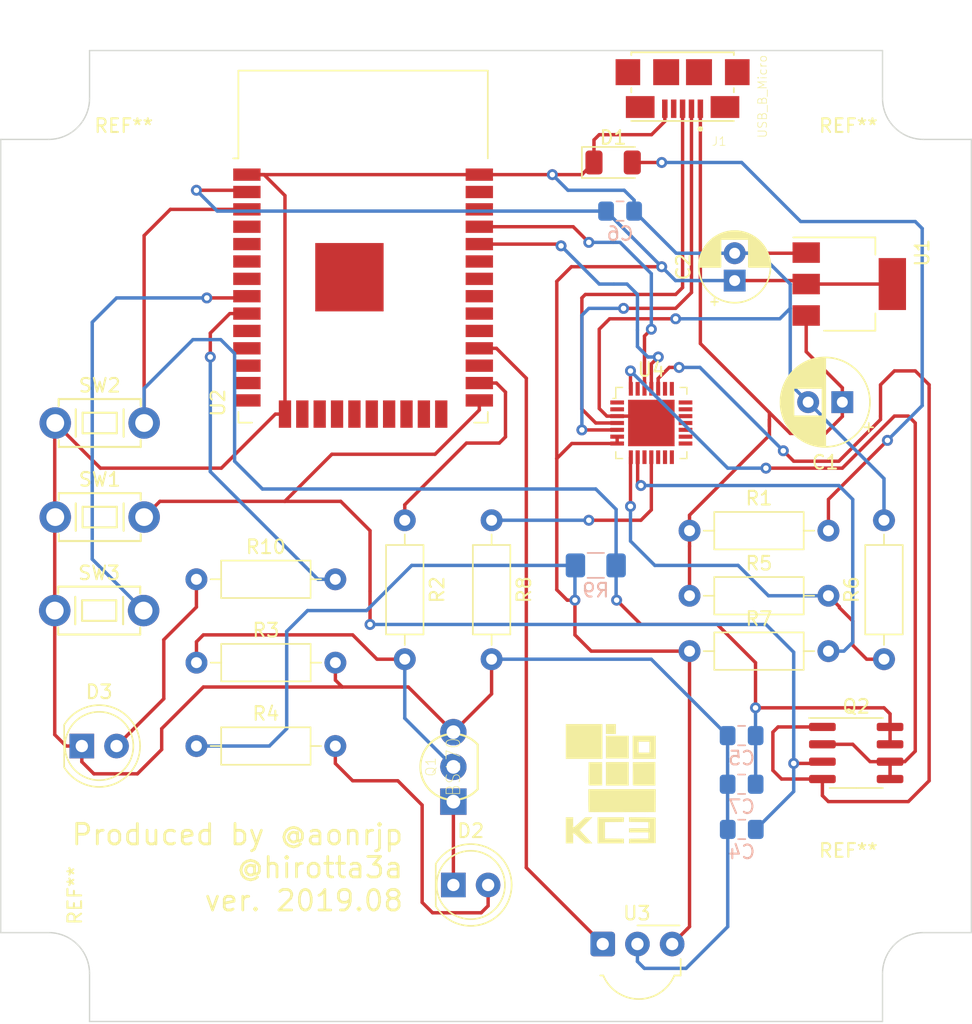
<source format=kicad_pcb>
(kicad_pcb (version 20171130) (host pcbnew 5.1.4-e60b266~84~ubuntu18.04.1)

  (general
    (thickness 1.6)
    (drawings 17)
    (tracks 342)
    (zones 0)
    (modules 34)
    (nets 67)
  )

  (page A4)
  (layers
    (0 F.Cu signal)
    (31 B.Cu signal)
    (32 B.Adhes user)
    (33 F.Adhes user)
    (34 B.Paste user)
    (35 F.Paste user)
    (36 B.SilkS user)
    (37 F.SilkS user)
    (38 B.Mask user)
    (39 F.Mask user)
    (40 Dwgs.User user)
    (41 Cmts.User user)
    (42 Eco1.User user)
    (43 Eco2.User user)
    (44 Edge.Cuts user)
    (45 Margin user)
    (46 B.CrtYd user)
    (47 F.CrtYd user)
    (48 B.Fab user)
    (49 F.Fab user)
  )

  (setup
    (last_trace_width 0.25)
    (trace_clearance 0.2)
    (zone_clearance 0.508)
    (zone_45_only no)
    (trace_min 0.2)
    (via_size 0.8)
    (via_drill 0.4)
    (via_min_size 0.4)
    (via_min_drill 0.3)
    (uvia_size 0.3)
    (uvia_drill 0.1)
    (uvias_allowed no)
    (uvia_min_size 0.2)
    (uvia_min_drill 0.1)
    (edge_width 0.1)
    (segment_width 0.2)
    (pcb_text_width 0.3)
    (pcb_text_size 1.5 1.5)
    (mod_edge_width 0.15)
    (mod_text_size 1 1)
    (mod_text_width 0.15)
    (pad_size 1.524 1.524)
    (pad_drill 0.762)
    (pad_to_mask_clearance 0)
    (aux_axis_origin 90.932 158.75)
    (visible_elements FFFFFF7F)
    (pcbplotparams
      (layerselection 0x010fc_ffffffff)
      (usegerberextensions false)
      (usegerberattributes false)
      (usegerberadvancedattributes false)
      (creategerberjobfile false)
      (excludeedgelayer true)
      (linewidth 0.100000)
      (plotframeref false)
      (viasonmask false)
      (mode 1)
      (useauxorigin false)
      (hpglpennumber 1)
      (hpglpenspeed 20)
      (hpglpendiameter 15.000000)
      (psnegative false)
      (psa4output false)
      (plotreference true)
      (plotvalue true)
      (plotinvisibletext false)
      (padsonsilk false)
      (subtractmaskfromsilk false)
      (outputformat 1)
      (mirror false)
      (drillshape 1)
      (scaleselection 1)
      (outputdirectory ""))
  )

  (net 0 "")
  (net 1 GND)
  (net 2 +5V)
  (net 3 +3V3)
  (net 4 IO0)
  (net 5 EN)
  (net 6 "Net-(D1-Pad2)")
  (net 7 "Net-(D2-Pad2)")
  (net 8 "Net-(D2-Pad1)")
  (net 9 "Net-(D3-Pad2)")
  (net 10 "Net-(J1-Pad4)")
  (net 11 USB_DP)
  (net 12 USB_DN)
  (net 13 "Net-(Q1-Pad2)")
  (net 14 DTR)
  (net 15 RTS)
  (net 16 IR_LED)
  (net 17 "Net-(R5-Pad2)")
  (net 18 "Net-(R7-Pad2)")
  (net 19 "Net-(R8-Pad1)")
  (net 20 "Net-(R10-Pad2)")
  (net 21 "Net-(SW3-Pad1)")
  (net 22 "Net-(U2-Pad37)")
  (net 23 "Net-(U2-Pad36)")
  (net 24 TXD0)
  (net 25 RXD0)
  (net 26 "Net-(U2-Pad33)")
  (net 27 "Net-(U2-Pad32)")
  (net 28 "Net-(U2-Pad31)")
  (net 29 "Net-(U2-Pad30)")
  (net 30 "Net-(U2-Pad29)")
  (net 31 IR_REC)
  (net 32 "Net-(U2-Pad27)")
  (net 33 "Net-(U2-Pad24)")
  (net 34 "Net-(U2-Pad23)")
  (net 35 "Net-(U2-Pad22)")
  (net 36 "Net-(U2-Pad21)")
  (net 37 "Net-(U2-Pad20)")
  (net 38 "Net-(U2-Pad19)")
  (net 39 "Net-(U2-Pad18)")
  (net 40 "Net-(U2-Pad17)")
  (net 41 "Net-(U2-Pad16)")
  (net 42 "Net-(U2-Pad14)")
  (net 43 "Net-(U2-Pad13)")
  (net 44 "Net-(U2-Pad12)")
  (net 45 "Net-(U2-Pad11)")
  (net 46 "Net-(U2-Pad10)")
  (net 47 "Net-(U2-Pad7)")
  (net 48 "Net-(U2-Pad6)")
  (net 49 "Net-(U2-Pad5)")
  (net 50 "Net-(U2-Pad4)")
  (net 51 "Net-(U4-Pad27)")
  (net 52 "Net-(U4-Pad23)")
  (net 53 "Net-(U4-Pad21)")
  (net 54 "Net-(U4-Pad20)")
  (net 55 "Net-(U4-Pad19)")
  (net 56 "Net-(U4-Pad18)")
  (net 57 "Net-(U4-Pad17)")
  (net 58 "Net-(U4-Pad16)")
  (net 59 "Net-(U4-Pad14)")
  (net 60 "Net-(U4-Pad13)")
  (net 61 "Net-(U4-Pad12)")
  (net 62 "Net-(U4-Pad10)")
  (net 63 "Net-(U4-Pad2)")
  (net 64 "Net-(U4-Pad1)")
  (net 65 "Net-(U4-Pad15)")
  (net 66 "Net-(U4-Pad22)")

  (net_class Default "これはデフォルトのネット クラスです。"
    (clearance 0.2)
    (trace_width 0.25)
    (via_dia 0.8)
    (via_drill 0.4)
    (uvia_dia 0.3)
    (uvia_drill 0.1)
    (add_net +3V3)
    (add_net +5V)
    (add_net DTR)
    (add_net EN)
    (add_net GND)
    (add_net IO0)
    (add_net IR_LED)
    (add_net IR_REC)
    (add_net "Net-(D1-Pad2)")
    (add_net "Net-(D2-Pad1)")
    (add_net "Net-(D2-Pad2)")
    (add_net "Net-(D3-Pad2)")
    (add_net "Net-(J1-Pad4)")
    (add_net "Net-(Q1-Pad2)")
    (add_net "Net-(R10-Pad2)")
    (add_net "Net-(R5-Pad2)")
    (add_net "Net-(R7-Pad2)")
    (add_net "Net-(R8-Pad1)")
    (add_net "Net-(SW3-Pad1)")
    (add_net "Net-(U2-Pad10)")
    (add_net "Net-(U2-Pad11)")
    (add_net "Net-(U2-Pad12)")
    (add_net "Net-(U2-Pad13)")
    (add_net "Net-(U2-Pad14)")
    (add_net "Net-(U2-Pad16)")
    (add_net "Net-(U2-Pad17)")
    (add_net "Net-(U2-Pad18)")
    (add_net "Net-(U2-Pad19)")
    (add_net "Net-(U2-Pad20)")
    (add_net "Net-(U2-Pad21)")
    (add_net "Net-(U2-Pad22)")
    (add_net "Net-(U2-Pad23)")
    (add_net "Net-(U2-Pad24)")
    (add_net "Net-(U2-Pad27)")
    (add_net "Net-(U2-Pad29)")
    (add_net "Net-(U2-Pad30)")
    (add_net "Net-(U2-Pad31)")
    (add_net "Net-(U2-Pad32)")
    (add_net "Net-(U2-Pad33)")
    (add_net "Net-(U2-Pad36)")
    (add_net "Net-(U2-Pad37)")
    (add_net "Net-(U2-Pad4)")
    (add_net "Net-(U2-Pad5)")
    (add_net "Net-(U2-Pad6)")
    (add_net "Net-(U2-Pad7)")
    (add_net "Net-(U4-Pad1)")
    (add_net "Net-(U4-Pad10)")
    (add_net "Net-(U4-Pad12)")
    (add_net "Net-(U4-Pad13)")
    (add_net "Net-(U4-Pad14)")
    (add_net "Net-(U4-Pad15)")
    (add_net "Net-(U4-Pad16)")
    (add_net "Net-(U4-Pad17)")
    (add_net "Net-(U4-Pad18)")
    (add_net "Net-(U4-Pad19)")
    (add_net "Net-(U4-Pad2)")
    (add_net "Net-(U4-Pad20)")
    (add_net "Net-(U4-Pad21)")
    (add_net "Net-(U4-Pad22)")
    (add_net "Net-(U4-Pad23)")
    (add_net "Net-(U4-Pad27)")
    (add_net RTS)
    (add_net RXD0)
    (add_net TXD0)
    (add_net USB_DN)
    (add_net USB_DP)
  )

  (module Resistor_THT:R_Axial_DIN0207_L6.3mm_D2.5mm_P10.16mm_Horizontal (layer F.Cu) (tedit 5AE5139B) (tstamp 5D643A49)
    (at 151.384 122.868)
    (descr "Resistor, Axial_DIN0207 series, Axial, Horizontal, pin pitch=10.16mm, 0.25W = 1/4W, length*diameter=6.3*2.5mm^2, http://cdn-reichelt.de/documents/datenblatt/B400/1_4W%23YAG.pdf")
    (tags "Resistor Axial_DIN0207 series Axial Horizontal pin pitch 10.16mm 0.25W = 1/4W length 6.3mm diameter 2.5mm")
    (path /5D62FB57)
    (fp_text reference R5 (at 5.08 -2.37) (layer F.SilkS)
      (effects (font (size 1 1) (thickness 0.15)))
    )
    (fp_text value 24k (at 5.08 2.37) (layer F.Fab)
      (effects (font (size 1 1) (thickness 0.15)))
    )
    (fp_line (start 1.93 -1.25) (end 1.93 1.25) (layer F.Fab) (width 0.1))
    (fp_line (start 1.93 1.25) (end 8.23 1.25) (layer F.Fab) (width 0.1))
    (fp_line (start 8.23 1.25) (end 8.23 -1.25) (layer F.Fab) (width 0.1))
    (fp_line (start 8.23 -1.25) (end 1.93 -1.25) (layer F.Fab) (width 0.1))
    (fp_line (start 0 0) (end 1.93 0) (layer F.Fab) (width 0.1))
    (fp_line (start 10.16 0) (end 8.23 0) (layer F.Fab) (width 0.1))
    (fp_line (start 1.81 -1.37) (end 1.81 1.37) (layer F.SilkS) (width 0.12))
    (fp_line (start 1.81 1.37) (end 8.35 1.37) (layer F.SilkS) (width 0.12))
    (fp_line (start 8.35 1.37) (end 8.35 -1.37) (layer F.SilkS) (width 0.12))
    (fp_line (start 8.35 -1.37) (end 1.81 -1.37) (layer F.SilkS) (width 0.12))
    (fp_line (start 1.04 0) (end 1.81 0) (layer F.SilkS) (width 0.12))
    (fp_line (start 9.12 0) (end 8.35 0) (layer F.SilkS) (width 0.12))
    (fp_line (start -1.05 -1.5) (end -1.05 1.5) (layer F.CrtYd) (width 0.05))
    (fp_line (start -1.05 1.5) (end 11.21 1.5) (layer F.CrtYd) (width 0.05))
    (fp_line (start 11.21 1.5) (end 11.21 -1.5) (layer F.CrtYd) (width 0.05))
    (fp_line (start 11.21 -1.5) (end -1.05 -1.5) (layer F.CrtYd) (width 0.05))
    (fp_text user %R (at 5.08 0) (layer F.Fab)
      (effects (font (size 1 1) (thickness 0.15)))
    )
    (pad 1 thru_hole circle (at 0 0) (size 1.6 1.6) (drill 0.8) (layers *.Cu *.Mask)
      (net 2 +5V))
    (pad 2 thru_hole oval (at 10.16 0) (size 1.6 1.6) (drill 0.8) (layers *.Cu *.Mask)
      (net 17 "Net-(R5-Pad2)"))
    (model ${KISYS3DMOD}/Resistor_THT.3dshapes/R_Axial_DIN0207_L6.3mm_D2.5mm_P10.16mm_Horizontal.wrl
      (at (xyz 0 0 0))
      (scale (xyz 1 1 1))
      (rotate (xyz 0 0 0))
    )
  )

  (module kc3_logo:kc3_logo (layer F.Cu) (tedit 5D644573) (tstamp 5D64DD30)
    (at 145.542 137.922)
    (fp_text reference G*** (at 0 0) (layer F.SilkS) hide
      (effects (font (size 1.524 1.524) (thickness 0.3)))
    )
    (fp_text value LOGO (at 0.75 0) (layer F.SilkS) hide
      (effects (font (size 1.524 1.524) (thickness 0.3)))
    )
    (fp_poly (pts (xy 0.454527 -4.946316) (xy -0.267368 -4.946316) (xy -0.267368 -5.668211) (xy 0.454527 -5.668211)
      (xy 0.454527 -4.946316)) (layer F.SilkS) (width 0.01))
    (fp_poly (pts (xy 1.390316 -3.154948) (xy -0.267368 -3.154948) (xy -0.267368 -4.812632) (xy 1.390316 -4.812632)
      (xy 1.390316 -3.154948)) (layer F.SilkS) (width 0.01))
    (fp_poly (pts (xy 3.368842 -3.128211) (xy 1.684421 -3.128211) (xy 1.684421 -4.384842) (xy 2.112211 -4.384842)
      (xy 2.112211 -3.582737) (xy 2.914316 -3.582737) (xy 2.914316 -4.384842) (xy 2.112211 -4.384842)
      (xy 1.684421 -4.384842) (xy 1.684421 -4.812632) (xy 3.368842 -4.812632) (xy 3.368842 -3.128211)) (layer F.SilkS) (width 0.01))
    (fp_poly (pts (xy -0.534737 -3.128211) (xy -3.208421 -3.128211) (xy -3.208421 -5.668211) (xy -0.534737 -5.668211)
      (xy -0.534737 -3.128211)) (layer F.SilkS) (width 0.01))
    (fp_poly (pts (xy 3.342106 -1.176421) (xy 2.525793 -1.176421) (xy 2.283389 -1.17691) (xy 2.089899 -1.178498)
      (xy 1.940772 -1.181371) (xy 1.831457 -1.185714) (xy 1.757402 -1.191712) (xy 1.714055 -1.19955)
      (xy 1.696866 -1.209413) (xy 1.696549 -1.210119) (xy 1.693546 -1.244419) (xy 1.691249 -1.325345)
      (xy 1.689705 -1.446053) (xy 1.688963 -1.599698) (xy 1.689068 -1.779438) (xy 1.690068 -1.978427)
      (xy 1.690704 -2.059013) (xy 1.69779 -2.874211) (xy 2.519948 -2.881281) (xy 3.342106 -2.888352)
      (xy 3.342106 -1.176421)) (layer F.SilkS) (width 0.01))
    (fp_poly (pts (xy 1.390316 -1.176421) (xy -0.267368 -1.176421) (xy -0.267368 -2.887579) (xy 1.390316 -2.887579)
      (xy 1.390316 -1.176421)) (layer F.SilkS) (width 0.01))
    (fp_poly (pts (xy -0.548105 -1.18979) (xy -1.036659 -1.1825) (xy -1.218959 -1.180634) (xy -1.353819 -1.181458)
      (xy -1.447222 -1.185294) (xy -1.505149 -1.192465) (xy -1.533582 -1.203291) (xy -1.538377 -1.209513)
      (xy -1.541438 -1.24397) (xy -1.543788 -1.325045) (xy -1.545377 -1.445889) (xy -1.546156 -1.599651)
      (xy -1.546076 -1.77948) (xy -1.545088 -1.978527) (xy -1.544454 -2.059013) (xy -1.537368 -2.874211)
      (xy -0.548105 -2.874211) (xy -0.548105 -1.18979)) (layer F.SilkS) (width 0.01))
    (fp_poly (pts (xy 3.362539 -0.073527) (xy 3.355474 0.762) (xy 0.920333 0.768824) (xy 0.564068 0.769629)
      (xy 0.223097 0.770022) (xy -0.098791 0.770022) (xy -0.397808 0.769644) (xy -0.670168 0.768907)
      (xy -0.912081 0.767828) (xy -1.119761 0.766423) (xy -1.28942 0.76471) (xy -1.417269 0.762707)
      (xy -1.499522 0.760429) (xy -1.532391 0.757895) (xy -1.532772 0.757683) (xy -1.537224 0.727447)
      (xy -1.541274 0.650373) (xy -1.544781 0.533095) (xy -1.547603 0.38225) (xy -1.549599 0.20447)
      (xy -1.550627 0.006393) (xy -1.550737 -0.084667) (xy -1.550737 -0.909053) (xy 3.369604 -0.909053)
      (xy 3.362539 -0.073527)) (layer F.SilkS) (width 0.01))
    (fp_poly (pts (xy 3.355474 1.163052) (xy 3.355474 3.034631) (xy 1.414484 3.048669) (xy 1.422453 2.881229)
      (xy 1.430421 2.713789) (xy 2.132263 2.706661) (xy 2.834106 2.699533) (xy 2.834106 2.245894)
      (xy 1.417053 2.245894) (xy 1.417053 1.951789) (xy 2.834106 1.951789) (xy 2.834106 1.498151)
      (xy 2.132263 1.491023) (xy 1.430421 1.483894) (xy 1.422453 1.316454) (xy 1.414484 1.149014)
      (xy 3.355474 1.163052)) (layer F.SilkS) (width 0.01))
    (fp_poly (pts (xy 1.029369 1.483894) (xy -0.347579 1.498166) (xy -0.347579 2.699518) (xy 0.340895 2.706654)
      (xy 1.029369 2.713789) (xy 1.037329 2.880894) (xy 1.045289 3.048) (xy -0.882316 3.048)
      (xy -0.882316 1.149684) (xy 1.045289 1.149684) (xy 1.029369 1.483894)) (layer F.SilkS) (width 0.01))
    (fp_poly (pts (xy -2.673684 1.524) (xy -2.671902 1.674058) (xy -2.666856 1.79074) (xy -2.658997 1.867568)
      (xy -2.648774 1.898063) (xy -2.64767 1.898316) (xy -2.620812 1.881236) (xy -2.560592 1.833508)
      (xy -2.473266 1.760396) (xy -2.36509 1.667168) (xy -2.24232 1.559088) (xy -2.202957 1.524)
      (xy -1.784259 1.149684) (xy -1.527129 1.15003) (xy -1.27 1.150376) (xy -1.724526 1.601957)
      (xy -1.851717 1.72945) (xy -1.965179 1.845339) (xy -2.059672 1.944093) (xy -2.129953 2.020181)
      (xy -2.170783 2.068073) (xy -2.179052 2.081618) (xy -2.161232 2.109119) (xy -2.111845 2.167755)
      (xy -2.037004 2.250719) (xy -1.94282 2.351202) (xy -1.85821 2.439053) (xy -1.740543 2.560059)
      (xy -1.624863 2.67941) (xy -1.521028 2.786904) (xy -1.438898 2.872346) (xy -1.404689 2.908203)
      (xy -1.27201 3.048) (xy -1.789316 3.048) (xy -2.204849 2.673684) (xy -2.330172 2.561892)
      (xy -2.442903 2.463416) (xy -2.536781 2.383558) (xy -2.605543 2.327618) (xy -2.642928 2.300896)
      (xy -2.647033 2.299368) (xy -2.658101 2.325215) (xy -2.666479 2.399298) (xy -2.671796 2.516428)
      (xy -2.673684 2.671418) (xy -2.673684 3.048) (xy -3.208421 3.048) (xy -3.208421 1.149684)
      (xy -2.673684 1.149684) (xy -2.673684 1.524)) (layer F.SilkS) (width 0.01))
  )

  (module MountingHole:MountingHole_2.5mm (layer F.Cu) (tedit 56D1B4CB) (tstamp 5D645EA2)
    (at 163 145)
    (descr "Mounting Hole 2.5mm, no annular")
    (tags "mounting hole 2.5mm no annular")
    (attr virtual)
    (fp_text reference REF** (at 0 -3.5) (layer F.SilkS)
      (effects (font (size 1 1) (thickness 0.15)))
    )
    (fp_text value MountingHole_2.5mm (at 0 3.5) (layer F.Fab)
      (effects (font (size 1 1) (thickness 0.15)))
    )
    (fp_circle (center 0 0) (end 2.75 0) (layer F.CrtYd) (width 0.05))
    (fp_circle (center 0 0) (end 2.5 0) (layer Cmts.User) (width 0.15))
    (fp_text user %R (at 0.3 0) (layer F.Fab)
      (effects (font (size 1 1) (thickness 0.15)))
    )
    (pad 1 np_thru_hole circle (at 0 0) (size 2.5 2.5) (drill 2.5) (layers *.Cu *.Mask))
  )

  (module MountingHole:MountingHole_2.5mm (layer F.Cu) (tedit 56D1B4CB) (tstamp 5D645E87)
    (at 110 145)
    (descr "Mounting Hole 2.5mm, no annular")
    (tags "mounting hole 2.5mm no annular")
    (attr virtual)
    (fp_text reference REF** (at -3.574 -0.22 90) (layer F.SilkS)
      (effects (font (size 1 1) (thickness 0.15)))
    )
    (fp_text value MountingHole_2.5mm (at 0 3.5) (layer F.Fab)
      (effects (font (size 1 1) (thickness 0.15)))
    )
    (fp_text user %R (at 0.3 0) (layer F.Fab)
      (effects (font (size 1 1) (thickness 0.15)))
    )
    (fp_circle (center 0 0) (end 2.5 0) (layer Cmts.User) (width 0.15))
    (fp_circle (center 0 0) (end 2.75 0) (layer F.CrtYd) (width 0.05))
    (pad 1 np_thru_hole circle (at 0 0) (size 2.5 2.5) (drill 2.5) (layers *.Cu *.Mask))
  )

  (module MountingHole:MountingHole_2.5mm (layer F.Cu) (tedit 56D1B4CB) (tstamp 5D645EB7)
    (at 163 92)
    (descr "Mounting Hole 2.5mm, no annular")
    (tags "mounting hole 2.5mm no annular")
    (attr virtual)
    (fp_text reference REF** (at 0 -3.5) (layer F.SilkS)
      (effects (font (size 1 1) (thickness 0.15)))
    )
    (fp_text value MountingHole_2.5mm (at 0 3.5) (layer F.Fab)
      (effects (font (size 1 1) (thickness 0.15)))
    )
    (fp_text user %R (at 0.3 0) (layer F.Fab)
      (effects (font (size 1 1) (thickness 0.15)))
    )
    (fp_circle (center 0 0) (end 2.5 0) (layer Cmts.User) (width 0.15))
    (fp_circle (center 0 0) (end 2.75 0) (layer F.CrtYd) (width 0.05))
    (pad 1 np_thru_hole circle (at 0 0) (size 2.5 2.5) (drill 2.5) (layers *.Cu *.Mask))
  )

  (module MountingHole:MountingHole_2.5mm (layer F.Cu) (tedit 56D1B4CB) (tstamp 5D645E66)
    (at 110 92)
    (descr "Mounting Hole 2.5mm, no annular")
    (tags "mounting hole 2.5mm no annular")
    (attr virtual)
    (fp_text reference REF** (at 0 -3.5) (layer F.SilkS)
      (effects (font (size 1 1) (thickness 0.15)))
    )
    (fp_text value MountingHole_2.5mm (at 0 3.5) (layer F.Fab)
      (effects (font (size 1 1) (thickness 0.15)))
    )
    (fp_text user %R (at 0.3 0) (layer F.Fab)
      (effects (font (size 1 1) (thickness 0.15)))
    )
    (fp_circle (center 0 0) (end 2.5 0) (layer Cmts.User) (width 0.15))
    (fp_circle (center 0 0) (end 2.75 0) (layer F.CrtYd) (width 0.05))
    (pad 1 np_thru_hole circle (at 0 0) (size 2.5 2.5) (drill 2.5) (layers *.Cu *.Mask))
  )

  (module digikey-footprints:VFQFN-28-1EP_5x5mm (layer F.Cu) (tedit 5D28AE48) (tstamp 5D643BBC)
    (at 148.59 110.236)
    (path /5D66D814)
    (attr smd)
    (fp_text reference U4 (at 0 -3.9) (layer F.SilkS)
      (effects (font (size 1 1) (thickness 0.15)))
    )
    (fp_text value CP2102-GMR_NRND (at 0 4.2) (layer F.Fab)
      (effects (font (size 1 1) (thickness 0.15)))
    )
    (fp_line (start -3.1 3.1) (end 3.1 3.1) (layer F.CrtYd) (width 0.05))
    (fp_line (start -3.1 -3.1) (end 3.1 -3.1) (layer F.CrtYd) (width 0.05))
    (fp_line (start 3.1 -3.1) (end 3.1 -3.09) (layer F.CrtYd) (width 0.05))
    (fp_line (start -3.1 -3.1) (end -3.1 3.1) (layer F.CrtYd) (width 0.05))
    (fp_line (start 3.1 -3.1) (end 3.1 3.1) (layer F.CrtYd) (width 0.05))
    (fp_text user %R (at 0 0) (layer F.Fab)
      (effects (font (size 1 1) (thickness 0.15)))
    )
    (fp_line (start -2.6 2.6) (end -2.6 2.1) (layer F.SilkS) (width 0.1))
    (fp_line (start -2.6 2.6) (end -2.1 2.6) (layer F.SilkS) (width 0.1))
    (fp_line (start 2.6 2.6) (end 2.1 2.6) (layer F.SilkS) (width 0.1))
    (fp_line (start 2.6 2.6) (end 2.6 2.1) (layer F.SilkS) (width 0.1))
    (fp_line (start 2.6 -2.6) (end 2.6 -2.1) (layer F.SilkS) (width 0.1))
    (fp_line (start 2.6 -2.6) (end 2.1 -2.6) (layer F.SilkS) (width 0.1))
    (fp_line (start -2.6 -2.6) (end -2.6 -1.8) (layer F.SilkS) (width 0.1))
    (fp_line (start -2.6 -1.8) (end -2.8 -1.8) (layer F.SilkS) (width 0.1))
    (fp_line (start -2.6 -2.6) (end -2.1 -2.6) (layer F.SilkS) (width 0.1))
    (fp_line (start -2.5 2.5) (end 2.5 2.5) (layer F.Fab) (width 0.1))
    (fp_line (start -2.5 -2.5) (end 2.5 -2.5) (layer F.Fab) (width 0.1))
    (fp_line (start -2.5 -2.5) (end -2.5 2.5) (layer F.Fab) (width 0.1))
    (fp_line (start 2.5 -2.5) (end 2.5 2.5) (layer F.Fab) (width 0.1))
    (pad 22 smd rect (at 1.5 -2.5) (size 0.3 1) (layers F.Cu F.Paste F.Mask)
      (net 66 "Net-(U4-Pad22)"))
    (pad 15 smd rect (at 2.5 1.5) (size 1 0.3) (layers F.Cu F.Paste F.Mask)
      (net 65 "Net-(U4-Pad15)"))
    (pad 8 smd rect (at -1.5 2.5) (size 0.3 1) (layers F.Cu F.Paste F.Mask)
      (net 17 "Net-(R5-Pad2)"))
    (pad 1 smd rect (at -2.5 -1.5) (size 1 0.3) (layers F.Cu F.Paste F.Mask)
      (net 64 "Net-(U4-Pad1)"))
    (pad 2 smd rect (at -2.5 -1) (size 1 0.3) (layers F.Cu F.Paste F.Mask)
      (net 63 "Net-(U4-Pad2)"))
    (pad 3 smd rect (at -2.5 -0.5) (size 1 0.3) (layers F.Cu F.Paste F.Mask)
      (net 1 GND))
    (pad 4 smd rect (at -2.5 0) (size 1 0.3) (layers F.Cu F.Paste F.Mask)
      (net 11 USB_DP))
    (pad 5 smd rect (at -2.5 0.5) (size 1 0.3) (layers F.Cu F.Paste F.Mask)
      (net 12 USB_DN))
    (pad 6 smd rect (at -2.5 1) (size 1 0.3) (layers F.Cu F.Paste F.Mask)
      (net 3 +3V3))
    (pad 7 smd rect (at -2.5 1.5) (size 1 0.3) (layers F.Cu F.Paste F.Mask)
      (net 3 +3V3))
    (pad 9 smd rect (at -1 2.5) (size 0.3 1) (layers F.Cu F.Paste F.Mask)
      (net 18 "Net-(R7-Pad2)"))
    (pad 10 smd rect (at -0.5 2.5) (size 0.3 1) (layers F.Cu F.Paste F.Mask)
      (net 62 "Net-(U4-Pad10)"))
    (pad 11 smd rect (at 0 2.5) (size 0.3 1) (layers F.Cu F.Paste F.Mask)
      (net 19 "Net-(R8-Pad1)"))
    (pad 12 smd rect (at 0.5 2.5) (size 0.3 1) (layers F.Cu F.Paste F.Mask)
      (net 61 "Net-(U4-Pad12)"))
    (pad 13 smd rect (at 1 2.5) (size 0.3 1) (layers F.Cu F.Paste F.Mask)
      (net 60 "Net-(U4-Pad13)"))
    (pad 14 smd rect (at 1.5 2.5) (size 0.3 1) (layers F.Cu F.Paste F.Mask)
      (net 59 "Net-(U4-Pad14)"))
    (pad 16 smd rect (at 2.5 1) (size 1 0.3) (layers F.Cu F.Paste F.Mask)
      (net 58 "Net-(U4-Pad16)"))
    (pad 17 smd rect (at 2.5 0.5) (size 1 0.3) (layers F.Cu F.Paste F.Mask)
      (net 57 "Net-(U4-Pad17)"))
    (pad 18 smd rect (at 2.5 0) (size 1 0.3) (layers F.Cu F.Paste F.Mask)
      (net 56 "Net-(U4-Pad18)"))
    (pad 19 smd rect (at 2.5 -0.5) (size 1 0.3) (layers F.Cu F.Paste F.Mask)
      (net 55 "Net-(U4-Pad19)"))
    (pad 20 smd rect (at 2.5 -1) (size 1 0.3) (layers F.Cu F.Paste F.Mask)
      (net 54 "Net-(U4-Pad20)"))
    (pad 21 smd rect (at 2.5 -1.5) (size 1 0.3) (layers F.Cu F.Paste F.Mask)
      (net 53 "Net-(U4-Pad21)"))
    (pad 23 smd rect (at 1 -2.5) (size 0.3 1) (layers F.Cu F.Paste F.Mask)
      (net 52 "Net-(U4-Pad23)"))
    (pad 24 smd rect (at 0.5 -2.5) (size 0.3 1) (layers F.Cu F.Paste F.Mask)
      (net 15 RTS))
    (pad 25 smd rect (at 0 -2.5) (size 0.3 1) (layers F.Cu F.Paste F.Mask)
      (net 25 RXD0))
    (pad 26 smd rect (at -0.5 -2.5) (size 0.3 1) (layers F.Cu F.Paste F.Mask)
      (net 24 TXD0))
    (pad 27 smd rect (at -1 -2.5) (size 0.3 1) (layers F.Cu F.Paste F.Mask)
      (net 51 "Net-(U4-Pad27)"))
    (pad 28 smd rect (at -1.5 -2.5) (size 0.3 1) (layers F.Cu F.Paste F.Mask)
      (net 14 DTR))
    (pad 29 smd rect (at 0 0) (size 3.4 3.4) (layers F.Cu F.Paste F.Mask)
      (net 1 GND))
  )

  (module OptoDevice:Vishay_MOLD-3Pin (layer F.Cu) (tedit 5B888673) (tstamp 5D643B88)
    (at 145.034 148.336)
    (descr "IR Receiver Vishay TSOP-xxxx, MOLD package, see https://www.vishay.com/docs/82669/tsop32s40f.pdf")
    (tags "IR Receiver Vishay TSOP-xxxx MOLD")
    (path /5D623246)
    (fp_text reference U3 (at 2.5 -2.25 180) (layer F.SilkS)
      (effects (font (size 1 1) (thickness 0.15)))
    )
    (fp_text value OSRB38C9AA (at 2.5 5 180) (layer F.Fab)
      (effects (font (size 1 1) (thickness 0.15)))
    )
    (fp_text user %R (at 2.675 1.316) (layer F.Fab)
      (effects (font (size 1 1) (thickness 0.15)))
    )
    (fp_line (start 5.6 2.2) (end -0.2 2.2) (layer F.Fab) (width 0.1))
    (fp_line (start -0.2 2.2) (end -0.2 -0.5) (layer F.Fab) (width 0.1))
    (fp_line (start 0.55 -1.25) (end 5.6 -1.25) (layer F.Fab) (width 0.1))
    (fp_line (start 5.6 -1.25) (end 5.6 2.2) (layer F.Fab) (width 0.1))
    (fp_line (start 5.7 2.3) (end 5.7 1.1) (layer F.SilkS) (width 0.12))
    (fp_line (start 5.7 2.3) (end 5.24 2.3) (layer F.SilkS) (width 0.12))
    (fp_line (start 5.62 -1.36) (end 2.54 -1.36) (layer F.SilkS) (width 0.12))
    (fp_line (start 6.23 4.13) (end -1.15 4.13) (layer F.CrtYd) (width 0.05))
    (fp_line (start 6.23 4.13) (end 6.23 -1.5) (layer F.CrtYd) (width 0.05))
    (fp_line (start -1.15 -1.5) (end -1.15 4.13) (layer F.CrtYd) (width 0.05))
    (fp_line (start -1.15 -1.5) (end 6.23 -1.5) (layer F.CrtYd) (width 0.05))
    (fp_arc (start 2.64 1.2) (end 5.24 2.3) (angle 134.1358099) (layer F.SilkS) (width 0.12))
    (fp_arc (start 2.64 1.15) (end 5.14 2.25) (angle 132) (layer F.Fab) (width 0.1))
    (fp_line (start 0.04 2.3) (end -0.18 2.3) (layer F.SilkS) (width 0.12))
    (fp_line (start 0.55 -1.25) (end -0.2 -0.5) (layer F.Fab) (width 0.1))
    (pad 1 thru_hole roundrect (at 0 0) (size 1.8 1.8) (drill 0.9) (layers *.Cu *.Mask) (roundrect_rratio 0.138)
      (net 31 IR_REC))
    (pad 2 thru_hole circle (at 2.54 0) (size 1.8 1.8) (drill 0.9) (layers *.Cu *.Mask)
      (net 1 GND))
    (pad 3 thru_hole circle (at 5.08 0) (size 1.8 1.8) (drill 0.9) (layers *.Cu *.Mask)
      (net 3 +3V3))
    (model ${KISYS3DMOD}/OptoDevice.3dshapes/Vishay_MOLD-3Pin.wrl
      (at (xyz 0 0 0))
      (scale (xyz 1 1 1))
      (rotate (xyz 0 0 0))
    )
  )

  (module RF_Module:ESP32-WROOM-32 (layer F.Cu) (tedit 5B5B4654) (tstamp 5D643B71)
    (at 127.508 100.33)
    (descr "Single 2.4 GHz Wi-Fi and Bluetooth combo chip https://www.espressif.com/sites/default/files/documentation/esp32-wroom-32_datasheet_en.pdf")
    (tags "Single 2.4 GHz Wi-Fi and Bluetooth combo  chip")
    (path /5D5990B7)
    (attr smd)
    (fp_text reference U2 (at -10.61 8.43 90) (layer F.SilkS)
      (effects (font (size 1 1) (thickness 0.15)))
    )
    (fp_text value ESP32-WROOM-32 (at 0 11.5) (layer F.Fab)
      (effects (font (size 1 1) (thickness 0.15)))
    )
    (fp_text user %R (at 0 0) (layer F.Fab)
      (effects (font (size 1 1) (thickness 0.15)))
    )
    (fp_text user "KEEP-OUT ZONE" (at 0 -19) (layer Cmts.User)
      (effects (font (size 1 1) (thickness 0.15)))
    )
    (fp_text user Antenna (at 0 -13) (layer Cmts.User)
      (effects (font (size 1 1) (thickness 0.15)))
    )
    (fp_text user "5 mm" (at 11.8 -14.375) (layer Cmts.User)
      (effects (font (size 0.5 0.5) (thickness 0.1)))
    )
    (fp_text user "5 mm" (at -11.2 -14.375) (layer Cmts.User)
      (effects (font (size 0.5 0.5) (thickness 0.1)))
    )
    (fp_text user "5 mm" (at 7.8 -19.075 90) (layer Cmts.User)
      (effects (font (size 0.5 0.5) (thickness 0.1)))
    )
    (fp_line (start -14 -9.97) (end -14 -20.75) (layer Dwgs.User) (width 0.1))
    (fp_line (start 9 9.76) (end 9 -15.745) (layer F.Fab) (width 0.1))
    (fp_line (start -9 9.76) (end 9 9.76) (layer F.Fab) (width 0.1))
    (fp_line (start -9 -15.745) (end -9 -10.02) (layer F.Fab) (width 0.1))
    (fp_line (start -9 -15.745) (end 9 -15.745) (layer F.Fab) (width 0.1))
    (fp_line (start -9.75 10.5) (end -9.75 -9.72) (layer F.CrtYd) (width 0.05))
    (fp_line (start -9.75 10.5) (end 9.75 10.5) (layer F.CrtYd) (width 0.05))
    (fp_line (start 9.75 -9.72) (end 9.75 10.5) (layer F.CrtYd) (width 0.05))
    (fp_line (start -14.25 -21) (end 14.25 -21) (layer F.CrtYd) (width 0.05))
    (fp_line (start -9 -9.02) (end -9 9.76) (layer F.Fab) (width 0.1))
    (fp_line (start -8.5 -9.52) (end -9 -10.02) (layer F.Fab) (width 0.1))
    (fp_line (start -9 -9.02) (end -8.5 -9.52) (layer F.Fab) (width 0.1))
    (fp_line (start 14 -9.97) (end -14 -9.97) (layer Dwgs.User) (width 0.1))
    (fp_line (start 14 -9.97) (end 14 -20.75) (layer Dwgs.User) (width 0.1))
    (fp_line (start 14 -20.75) (end -14 -20.75) (layer Dwgs.User) (width 0.1))
    (fp_line (start -14.25 -21) (end -14.25 -9.72) (layer F.CrtYd) (width 0.05))
    (fp_line (start 14.25 -21) (end 14.25 -9.72) (layer F.CrtYd) (width 0.05))
    (fp_line (start -14.25 -9.72) (end -9.75 -9.72) (layer F.CrtYd) (width 0.05))
    (fp_line (start 9.75 -9.72) (end 14.25 -9.72) (layer F.CrtYd) (width 0.05))
    (fp_line (start -12.525 -20.75) (end -14 -19.66) (layer Dwgs.User) (width 0.1))
    (fp_line (start -10.525 -20.75) (end -14 -18.045) (layer Dwgs.User) (width 0.1))
    (fp_line (start -8.525 -20.75) (end -14 -16.43) (layer Dwgs.User) (width 0.1))
    (fp_line (start -6.525 -20.75) (end -14 -14.815) (layer Dwgs.User) (width 0.1))
    (fp_line (start -4.525 -20.75) (end -14 -13.2) (layer Dwgs.User) (width 0.1))
    (fp_line (start -2.525 -20.75) (end -14 -11.585) (layer Dwgs.User) (width 0.1))
    (fp_line (start -0.525 -20.75) (end -14 -9.97) (layer Dwgs.User) (width 0.1))
    (fp_line (start 1.475 -20.75) (end -12 -9.97) (layer Dwgs.User) (width 0.1))
    (fp_line (start 3.475 -20.75) (end -10 -9.97) (layer Dwgs.User) (width 0.1))
    (fp_line (start -8 -9.97) (end 5.475 -20.75) (layer Dwgs.User) (width 0.1))
    (fp_line (start 7.475 -20.75) (end -6 -9.97) (layer Dwgs.User) (width 0.1))
    (fp_line (start 9.475 -20.75) (end -4 -9.97) (layer Dwgs.User) (width 0.1))
    (fp_line (start 11.475 -20.75) (end -2 -9.97) (layer Dwgs.User) (width 0.1))
    (fp_line (start 13.475 -20.75) (end 0 -9.97) (layer Dwgs.User) (width 0.1))
    (fp_line (start 14 -19.66) (end 2 -9.97) (layer Dwgs.User) (width 0.1))
    (fp_line (start 14 -18.045) (end 4 -9.97) (layer Dwgs.User) (width 0.1))
    (fp_line (start 14 -16.43) (end 6 -9.97) (layer Dwgs.User) (width 0.1))
    (fp_line (start 14 -14.815) (end 8 -9.97) (layer Dwgs.User) (width 0.1))
    (fp_line (start 14 -13.2) (end 10 -9.97) (layer Dwgs.User) (width 0.1))
    (fp_line (start 14 -11.585) (end 12 -9.97) (layer Dwgs.User) (width 0.1))
    (fp_line (start 9.2 -13.875) (end 13.8 -13.875) (layer Cmts.User) (width 0.1))
    (fp_line (start 13.8 -13.875) (end 13.6 -14.075) (layer Cmts.User) (width 0.1))
    (fp_line (start 13.8 -13.875) (end 13.6 -13.675) (layer Cmts.User) (width 0.1))
    (fp_line (start 9.2 -13.875) (end 9.4 -14.075) (layer Cmts.User) (width 0.1))
    (fp_line (start 9.2 -13.875) (end 9.4 -13.675) (layer Cmts.User) (width 0.1))
    (fp_line (start -13.8 -13.875) (end -13.6 -14.075) (layer Cmts.User) (width 0.1))
    (fp_line (start -13.8 -13.875) (end -13.6 -13.675) (layer Cmts.User) (width 0.1))
    (fp_line (start -9.2 -13.875) (end -9.4 -13.675) (layer Cmts.User) (width 0.1))
    (fp_line (start -13.8 -13.875) (end -9.2 -13.875) (layer Cmts.User) (width 0.1))
    (fp_line (start -9.2 -13.875) (end -9.4 -14.075) (layer Cmts.User) (width 0.1))
    (fp_line (start 8.4 -16) (end 8.2 -16.2) (layer Cmts.User) (width 0.1))
    (fp_line (start 8.4 -16) (end 8.6 -16.2) (layer Cmts.User) (width 0.1))
    (fp_line (start 8.4 -20.6) (end 8.6 -20.4) (layer Cmts.User) (width 0.1))
    (fp_line (start 8.4 -16) (end 8.4 -20.6) (layer Cmts.User) (width 0.1))
    (fp_line (start 8.4 -20.6) (end 8.2 -20.4) (layer Cmts.User) (width 0.1))
    (fp_line (start -9.12 9.1) (end -9.12 9.88) (layer F.SilkS) (width 0.12))
    (fp_line (start -9.12 9.88) (end -8.12 9.88) (layer F.SilkS) (width 0.12))
    (fp_line (start 9.12 9.1) (end 9.12 9.88) (layer F.SilkS) (width 0.12))
    (fp_line (start 9.12 9.88) (end 8.12 9.88) (layer F.SilkS) (width 0.12))
    (fp_line (start -9.12 -15.865) (end 9.12 -15.865) (layer F.SilkS) (width 0.12))
    (fp_line (start 9.12 -15.865) (end 9.12 -9.445) (layer F.SilkS) (width 0.12))
    (fp_line (start -9.12 -15.865) (end -9.12 -9.445) (layer F.SilkS) (width 0.12))
    (fp_line (start -9.12 -9.445) (end -9.5 -9.445) (layer F.SilkS) (width 0.12))
    (pad 39 smd rect (at -1 -0.755) (size 5 5) (layers F.Cu F.Paste F.Mask))
    (pad 1 smd rect (at -8.5 -8.255) (size 2 0.9) (layers F.Cu F.Paste F.Mask)
      (net 1 GND))
    (pad 2 smd rect (at -8.5 -6.985) (size 2 0.9) (layers F.Cu F.Paste F.Mask)
      (net 3 +3V3))
    (pad 3 smd rect (at -8.5 -5.715) (size 2 0.9) (layers F.Cu F.Paste F.Mask)
      (net 5 EN))
    (pad 4 smd rect (at -8.5 -4.445) (size 2 0.9) (layers F.Cu F.Paste F.Mask)
      (net 50 "Net-(U2-Pad4)"))
    (pad 5 smd rect (at -8.5 -3.175) (size 2 0.9) (layers F.Cu F.Paste F.Mask)
      (net 49 "Net-(U2-Pad5)"))
    (pad 6 smd rect (at -8.5 -1.905) (size 2 0.9) (layers F.Cu F.Paste F.Mask)
      (net 48 "Net-(U2-Pad6)"))
    (pad 7 smd rect (at -8.5 -0.635) (size 2 0.9) (layers F.Cu F.Paste F.Mask)
      (net 47 "Net-(U2-Pad7)"))
    (pad 8 smd rect (at -8.5 0.635) (size 2 0.9) (layers F.Cu F.Paste F.Mask)
      (net 21 "Net-(SW3-Pad1)"))
    (pad 9 smd rect (at -8.5 1.905) (size 2 0.9) (layers F.Cu F.Paste F.Mask)
      (net 20 "Net-(R10-Pad2)"))
    (pad 10 smd rect (at -8.5 3.175) (size 2 0.9) (layers F.Cu F.Paste F.Mask)
      (net 46 "Net-(U2-Pad10)"))
    (pad 11 smd rect (at -8.5 4.445) (size 2 0.9) (layers F.Cu F.Paste F.Mask)
      (net 45 "Net-(U2-Pad11)"))
    (pad 12 smd rect (at -8.5 5.715) (size 2 0.9) (layers F.Cu F.Paste F.Mask)
      (net 44 "Net-(U2-Pad12)"))
    (pad 13 smd rect (at -8.5 6.985) (size 2 0.9) (layers F.Cu F.Paste F.Mask)
      (net 43 "Net-(U2-Pad13)"))
    (pad 14 smd rect (at -8.5 8.255) (size 2 0.9) (layers F.Cu F.Paste F.Mask)
      (net 42 "Net-(U2-Pad14)"))
    (pad 15 smd rect (at -5.715 9.255 90) (size 2 0.9) (layers F.Cu F.Paste F.Mask)
      (net 1 GND))
    (pad 16 smd rect (at -4.445 9.255 90) (size 2 0.9) (layers F.Cu F.Paste F.Mask)
      (net 41 "Net-(U2-Pad16)"))
    (pad 17 smd rect (at -3.175 9.255 90) (size 2 0.9) (layers F.Cu F.Paste F.Mask)
      (net 40 "Net-(U2-Pad17)"))
    (pad 18 smd rect (at -1.905 9.255 90) (size 2 0.9) (layers F.Cu F.Paste F.Mask)
      (net 39 "Net-(U2-Pad18)"))
    (pad 19 smd rect (at -0.635 9.255 90) (size 2 0.9) (layers F.Cu F.Paste F.Mask)
      (net 38 "Net-(U2-Pad19)"))
    (pad 20 smd rect (at 0.635 9.255 90) (size 2 0.9) (layers F.Cu F.Paste F.Mask)
      (net 37 "Net-(U2-Pad20)"))
    (pad 21 smd rect (at 1.905 9.255 90) (size 2 0.9) (layers F.Cu F.Paste F.Mask)
      (net 36 "Net-(U2-Pad21)"))
    (pad 22 smd rect (at 3.175 9.255 90) (size 2 0.9) (layers F.Cu F.Paste F.Mask)
      (net 35 "Net-(U2-Pad22)"))
    (pad 23 smd rect (at 4.445 9.255 90) (size 2 0.9) (layers F.Cu F.Paste F.Mask)
      (net 34 "Net-(U2-Pad23)"))
    (pad 24 smd rect (at 5.715 9.255 90) (size 2 0.9) (layers F.Cu F.Paste F.Mask)
      (net 33 "Net-(U2-Pad24)"))
    (pad 25 smd rect (at 8.5 8.255) (size 2 0.9) (layers F.Cu F.Paste F.Mask)
      (net 4 IO0))
    (pad 26 smd rect (at 8.5 6.985) (size 2 0.9) (layers F.Cu F.Paste F.Mask)
      (net 16 IR_LED))
    (pad 27 smd rect (at 8.5 5.715) (size 2 0.9) (layers F.Cu F.Paste F.Mask)
      (net 32 "Net-(U2-Pad27)"))
    (pad 28 smd rect (at 8.5 4.445) (size 2 0.9) (layers F.Cu F.Paste F.Mask)
      (net 31 IR_REC))
    (pad 29 smd rect (at 8.5 3.175) (size 2 0.9) (layers F.Cu F.Paste F.Mask)
      (net 30 "Net-(U2-Pad29)"))
    (pad 30 smd rect (at 8.5 1.905) (size 2 0.9) (layers F.Cu F.Paste F.Mask)
      (net 29 "Net-(U2-Pad30)"))
    (pad 31 smd rect (at 8.5 0.635) (size 2 0.9) (layers F.Cu F.Paste F.Mask)
      (net 28 "Net-(U2-Pad31)"))
    (pad 32 smd rect (at 8.5 -0.635) (size 2 0.9) (layers F.Cu F.Paste F.Mask)
      (net 27 "Net-(U2-Pad32)"))
    (pad 33 smd rect (at 8.5 -1.905) (size 2 0.9) (layers F.Cu F.Paste F.Mask)
      (net 26 "Net-(U2-Pad33)"))
    (pad 34 smd rect (at 8.5 -3.175) (size 2 0.9) (layers F.Cu F.Paste F.Mask)
      (net 25 RXD0))
    (pad 35 smd rect (at 8.5 -4.445) (size 2 0.9) (layers F.Cu F.Paste F.Mask)
      (net 24 TXD0))
    (pad 36 smd rect (at 8.5 -5.715) (size 2 0.9) (layers F.Cu F.Paste F.Mask)
      (net 23 "Net-(U2-Pad36)"))
    (pad 37 smd rect (at 8.5 -6.985) (size 2 0.9) (layers F.Cu F.Paste F.Mask)
      (net 22 "Net-(U2-Pad37)"))
    (pad 38 smd rect (at 8.5 -8.255) (size 2 0.9) (layers F.Cu F.Paste F.Mask)
      (net 1 GND))
    (model ${KISYS3DMOD}/RF_Module.3dshapes/ESP32-WROOM-32.wrl
      (at (xyz 0 0 0))
      (scale (xyz 1 1 1))
      (rotate (xyz 0 0 0))
    )
  )

  (module Package_TO_SOT_SMD:SOT-223-3_TabPin2 (layer F.Cu) (tedit 5A02FF57) (tstamp 5D643B02)
    (at 163.068 100.076)
    (descr "module CMS SOT223 4 pins")
    (tags "CMS SOT")
    (path /5D59AD59)
    (attr smd)
    (fp_text reference U1 (at 5.334 -2.286 90) (layer F.SilkS)
      (effects (font (size 1 1) (thickness 0.15)))
    )
    (fp_text value AMS1117-3.3 (at 0 4.5) (layer F.Fab)
      (effects (font (size 1 1) (thickness 0.15)))
    )
    (fp_text user %R (at 0 0 90) (layer F.Fab)
      (effects (font (size 0.8 0.8) (thickness 0.12)))
    )
    (fp_line (start 1.91 3.41) (end 1.91 2.15) (layer F.SilkS) (width 0.12))
    (fp_line (start 1.91 -3.41) (end 1.91 -2.15) (layer F.SilkS) (width 0.12))
    (fp_line (start 4.4 -3.6) (end -4.4 -3.6) (layer F.CrtYd) (width 0.05))
    (fp_line (start 4.4 3.6) (end 4.4 -3.6) (layer F.CrtYd) (width 0.05))
    (fp_line (start -4.4 3.6) (end 4.4 3.6) (layer F.CrtYd) (width 0.05))
    (fp_line (start -4.4 -3.6) (end -4.4 3.6) (layer F.CrtYd) (width 0.05))
    (fp_line (start -1.85 -2.35) (end -0.85 -3.35) (layer F.Fab) (width 0.1))
    (fp_line (start -1.85 -2.35) (end -1.85 3.35) (layer F.Fab) (width 0.1))
    (fp_line (start -1.85 3.41) (end 1.91 3.41) (layer F.SilkS) (width 0.12))
    (fp_line (start -0.85 -3.35) (end 1.85 -3.35) (layer F.Fab) (width 0.1))
    (fp_line (start -4.1 -3.41) (end 1.91 -3.41) (layer F.SilkS) (width 0.12))
    (fp_line (start -1.85 3.35) (end 1.85 3.35) (layer F.Fab) (width 0.1))
    (fp_line (start 1.85 -3.35) (end 1.85 3.35) (layer F.Fab) (width 0.1))
    (pad 2 smd rect (at 3.15 0) (size 2 3.8) (layers F.Cu F.Paste F.Mask)
      (net 3 +3V3))
    (pad 2 smd rect (at -3.15 0) (size 2 1.5) (layers F.Cu F.Paste F.Mask)
      (net 3 +3V3))
    (pad 3 smd rect (at -3.15 2.3) (size 2 1.5) (layers F.Cu F.Paste F.Mask)
      (net 2 +5V))
    (pad 1 smd rect (at -3.15 -2.3) (size 2 1.5) (layers F.Cu F.Paste F.Mask)
      (net 1 GND))
    (model ${KISYS3DMOD}/Package_TO_SOT_SMD.3dshapes/SOT-223.wrl
      (at (xyz 0 0 0))
      (scale (xyz 1 1 1))
      (rotate (xyz 0 0 0))
    )
  )

  (module AKI-PARTS:TVBP06-B043CX-B (layer F.Cu) (tedit 5D641A64) (tstamp 5D643AEC)
    (at 108.204 123.952 180)
    (path /5D6640C9)
    (fp_text reference SW3 (at 0 2.75) (layer F.SilkS)
      (effects (font (size 1 1) (thickness 0.15)))
    )
    (fp_text value USER_SW (at 0 -2.75) (layer F.Fab)
      (effects (font (size 1 1) (thickness 0.15)))
    )
    (fp_line (start -3 -1.75) (end -3 -1.25) (layer F.SilkS) (width 0.15))
    (fp_line (start -3 -1.75) (end 3 -1.75) (layer F.SilkS) (width 0.15))
    (fp_line (start 3 -1.75) (end 3 -1.25) (layer F.SilkS) (width 0.15))
    (fp_line (start -3 1.25) (end -3 1.75) (layer F.SilkS) (width 0.15))
    (fp_line (start -3 1.75) (end 3 1.75) (layer F.SilkS) (width 0.15))
    (fp_line (start 3 1.75) (end 3 1.25) (layer F.SilkS) (width 0.15))
    (fp_line (start -1.25 -0.75) (end -1.25 0.75) (layer F.SilkS) (width 0.15))
    (fp_line (start -1.25 0.75) (end 1.25 0.75) (layer F.SilkS) (width 0.15))
    (fp_line (start 1.25 0.75) (end 1.25 -0.75) (layer F.SilkS) (width 0.15))
    (fp_line (start 1.25 -0.75) (end -1.25 -0.75) (layer F.SilkS) (width 0.15))
    (fp_line (start -1.75 -1) (end -1.75 1) (layer F.SilkS) (width 0.15))
    (fp_line (start 1.75 -1) (end 1.75 1) (layer F.SilkS) (width 0.15))
    (pad 1 thru_hole circle (at -3.25 0 180) (size 2.3 2.3) (drill 1.3) (layers *.Cu *.Mask)
      (net 21 "Net-(SW3-Pad1)"))
    (pad 2 thru_hole circle (at 3.25 0 180) (size 2.3 2.3) (drill 1.3) (layers *.Cu *.Mask)
      (net 1 GND))
  )

  (module AKI-PARTS:TVBP06-B043CX-B (layer F.Cu) (tedit 5D641A64) (tstamp 5D643ADA)
    (at 108.242242 110.236 180)
    (path /5D6906BC)
    (fp_text reference SW2 (at 0 2.75) (layer F.SilkS)
      (effects (font (size 1 1) (thickness 0.15)))
    )
    (fp_text value RST_SW (at 0 -2.75) (layer F.Fab)
      (effects (font (size 1 1) (thickness 0.15)))
    )
    (fp_line (start -3 -1.75) (end -3 -1.25) (layer F.SilkS) (width 0.15))
    (fp_line (start -3 -1.75) (end 3 -1.75) (layer F.SilkS) (width 0.15))
    (fp_line (start 3 -1.75) (end 3 -1.25) (layer F.SilkS) (width 0.15))
    (fp_line (start -3 1.25) (end -3 1.75) (layer F.SilkS) (width 0.15))
    (fp_line (start -3 1.75) (end 3 1.75) (layer F.SilkS) (width 0.15))
    (fp_line (start 3 1.75) (end 3 1.25) (layer F.SilkS) (width 0.15))
    (fp_line (start -1.25 -0.75) (end -1.25 0.75) (layer F.SilkS) (width 0.15))
    (fp_line (start -1.25 0.75) (end 1.25 0.75) (layer F.SilkS) (width 0.15))
    (fp_line (start 1.25 0.75) (end 1.25 -0.75) (layer F.SilkS) (width 0.15))
    (fp_line (start 1.25 -0.75) (end -1.25 -0.75) (layer F.SilkS) (width 0.15))
    (fp_line (start -1.75 -1) (end -1.75 1) (layer F.SilkS) (width 0.15))
    (fp_line (start 1.75 -1) (end 1.75 1) (layer F.SilkS) (width 0.15))
    (pad 1 thru_hole circle (at -3.25 0 180) (size 2.3 2.3) (drill 1.3) (layers *.Cu *.Mask)
      (net 5 EN))
    (pad 2 thru_hole circle (at 3.25 0 180) (size 2.3 2.3) (drill 1.3) (layers *.Cu *.Mask)
      (net 1 GND))
  )

  (module AKI-PARTS:TVBP06-B043CX-B (layer F.Cu) (tedit 5D641A64) (tstamp 5D643AC8)
    (at 108.242242 117.116 180)
    (path /5D5F77A4)
    (fp_text reference SW1 (at 0 2.75) (layer F.SilkS)
      (effects (font (size 1 1) (thickness 0.15)))
    )
    (fp_text value FLASH_SW (at 0 -2.75) (layer F.Fab)
      (effects (font (size 1 1) (thickness 0.15)))
    )
    (fp_line (start -3 -1.75) (end -3 -1.25) (layer F.SilkS) (width 0.15))
    (fp_line (start -3 -1.75) (end 3 -1.75) (layer F.SilkS) (width 0.15))
    (fp_line (start 3 -1.75) (end 3 -1.25) (layer F.SilkS) (width 0.15))
    (fp_line (start -3 1.25) (end -3 1.75) (layer F.SilkS) (width 0.15))
    (fp_line (start -3 1.75) (end 3 1.75) (layer F.SilkS) (width 0.15))
    (fp_line (start 3 1.75) (end 3 1.25) (layer F.SilkS) (width 0.15))
    (fp_line (start -1.25 -0.75) (end -1.25 0.75) (layer F.SilkS) (width 0.15))
    (fp_line (start -1.25 0.75) (end 1.25 0.75) (layer F.SilkS) (width 0.15))
    (fp_line (start 1.25 0.75) (end 1.25 -0.75) (layer F.SilkS) (width 0.15))
    (fp_line (start 1.25 -0.75) (end -1.25 -0.75) (layer F.SilkS) (width 0.15))
    (fp_line (start -1.75 -1) (end -1.75 1) (layer F.SilkS) (width 0.15))
    (fp_line (start 1.75 -1) (end 1.75 1) (layer F.SilkS) (width 0.15))
    (pad 1 thru_hole circle (at -3.25 0 180) (size 2.3 2.3) (drill 1.3) (layers *.Cu *.Mask)
      (net 4 IO0))
    (pad 2 thru_hole circle (at 3.25 0 180) (size 2.3 2.3) (drill 1.3) (layers *.Cu *.Mask)
      (net 1 GND))
  )

  (module Resistor_THT:R_Axial_DIN0207_L6.3mm_D2.5mm_P10.16mm_Horizontal (layer F.Cu) (tedit 5AE5139B) (tstamp 5D643AB6)
    (at 115.316 121.666)
    (descr "Resistor, Axial_DIN0207 series, Axial, Horizontal, pin pitch=10.16mm, 0.25W = 1/4W, length*diameter=6.3*2.5mm^2, http://cdn-reichelt.de/documents/datenblatt/B400/1_4W%23YAG.pdf")
    (tags "Resistor Axial_DIN0207 series Axial Horizontal pin pitch 10.16mm 0.25W = 1/4W length 6.3mm diameter 2.5mm")
    (path /5D64A9FD)
    (fp_text reference R10 (at 5.08 -2.37) (layer F.SilkS)
      (effects (font (size 1 1) (thickness 0.15)))
    )
    (fp_text value 22 (at 5.08 2.37) (layer F.Fab)
      (effects (font (size 1 1) (thickness 0.15)))
    )
    (fp_line (start 1.93 -1.25) (end 1.93 1.25) (layer F.Fab) (width 0.1))
    (fp_line (start 1.93 1.25) (end 8.23 1.25) (layer F.Fab) (width 0.1))
    (fp_line (start 8.23 1.25) (end 8.23 -1.25) (layer F.Fab) (width 0.1))
    (fp_line (start 8.23 -1.25) (end 1.93 -1.25) (layer F.Fab) (width 0.1))
    (fp_line (start 0 0) (end 1.93 0) (layer F.Fab) (width 0.1))
    (fp_line (start 10.16 0) (end 8.23 0) (layer F.Fab) (width 0.1))
    (fp_line (start 1.81 -1.37) (end 1.81 1.37) (layer F.SilkS) (width 0.12))
    (fp_line (start 1.81 1.37) (end 8.35 1.37) (layer F.SilkS) (width 0.12))
    (fp_line (start 8.35 1.37) (end 8.35 -1.37) (layer F.SilkS) (width 0.12))
    (fp_line (start 8.35 -1.37) (end 1.81 -1.37) (layer F.SilkS) (width 0.12))
    (fp_line (start 1.04 0) (end 1.81 0) (layer F.SilkS) (width 0.12))
    (fp_line (start 9.12 0) (end 8.35 0) (layer F.SilkS) (width 0.12))
    (fp_line (start -1.05 -1.5) (end -1.05 1.5) (layer F.CrtYd) (width 0.05))
    (fp_line (start -1.05 1.5) (end 11.21 1.5) (layer F.CrtYd) (width 0.05))
    (fp_line (start 11.21 1.5) (end 11.21 -1.5) (layer F.CrtYd) (width 0.05))
    (fp_line (start 11.21 -1.5) (end -1.05 -1.5) (layer F.CrtYd) (width 0.05))
    (fp_text user %R (at 5.08 0) (layer F.Fab)
      (effects (font (size 1 1) (thickness 0.15)))
    )
    (pad 1 thru_hole circle (at 0 0) (size 1.6 1.6) (drill 0.8) (layers *.Cu *.Mask)
      (net 9 "Net-(D3-Pad2)"))
    (pad 2 thru_hole oval (at 10.16 0) (size 1.6 1.6) (drill 0.8) (layers *.Cu *.Mask)
      (net 20 "Net-(R10-Pad2)"))
    (model ${KISYS3DMOD}/Resistor_THT.3dshapes/R_Axial_DIN0207_L6.3mm_D2.5mm_P10.16mm_Horizontal.wrl
      (at (xyz 0 0 0))
      (scale (xyz 1 1 1))
      (rotate (xyz 0 0 0))
    )
  )

  (module Resistor_SMD:R_1206_3216Metric_Pad1.42x1.75mm_HandSolder (layer B.Cu) (tedit 5B301BBD) (tstamp 5D643A9F)
    (at 144.526 120.65)
    (descr "Resistor SMD 1206 (3216 Metric), square (rectangular) end terminal, IPC_7351 nominal with elongated pad for handsoldering. (Body size source: http://www.tortai-tech.com/upload/download/2011102023233369053.pdf), generated with kicad-footprint-generator")
    (tags "resistor handsolder")
    (path /5D601364)
    (attr smd)
    (fp_text reference R9 (at 0 1.82) (layer B.SilkS)
      (effects (font (size 1 1) (thickness 0.15)) (justify mirror))
    )
    (fp_text value 10k (at 0 -1.82) (layer B.Fab)
      (effects (font (size 1 1) (thickness 0.15)) (justify mirror))
    )
    (fp_line (start -1.6 -0.8) (end -1.6 0.8) (layer B.Fab) (width 0.1))
    (fp_line (start -1.6 0.8) (end 1.6 0.8) (layer B.Fab) (width 0.1))
    (fp_line (start 1.6 0.8) (end 1.6 -0.8) (layer B.Fab) (width 0.1))
    (fp_line (start 1.6 -0.8) (end -1.6 -0.8) (layer B.Fab) (width 0.1))
    (fp_line (start -0.602064 0.91) (end 0.602064 0.91) (layer B.SilkS) (width 0.12))
    (fp_line (start -0.602064 -0.91) (end 0.602064 -0.91) (layer B.SilkS) (width 0.12))
    (fp_line (start -2.45 -1.12) (end -2.45 1.12) (layer B.CrtYd) (width 0.05))
    (fp_line (start -2.45 1.12) (end 2.45 1.12) (layer B.CrtYd) (width 0.05))
    (fp_line (start 2.45 1.12) (end 2.45 -1.12) (layer B.CrtYd) (width 0.05))
    (fp_line (start 2.45 -1.12) (end -2.45 -1.12) (layer B.CrtYd) (width 0.05))
    (fp_text user %R (at 0 0) (layer B.Fab)
      (effects (font (size 0.8 0.8) (thickness 0.12)) (justify mirror))
    )
    (pad 1 smd roundrect (at -1.4875 0) (size 1.425 1.75) (layers B.Cu B.Paste B.Mask) (roundrect_rratio 0.175439)
      (net 3 +3V3))
    (pad 2 smd roundrect (at 1.4875 0) (size 1.425 1.75) (layers B.Cu B.Paste B.Mask) (roundrect_rratio 0.175439)
      (net 5 EN))
    (model ${KISYS3DMOD}/Resistor_SMD.3dshapes/R_1206_3216Metric.wrl
      (at (xyz 0 0 0))
      (scale (xyz 1 1 1))
      (rotate (xyz 0 0 0))
    )
  )

  (module Resistor_THT:R_Axial_DIN0207_L6.3mm_D2.5mm_P10.16mm_Horizontal (layer F.Cu) (tedit 5AE5139B) (tstamp 5D643A8E)
    (at 136.906 117.348 270)
    (descr "Resistor, Axial_DIN0207 series, Axial, Horizontal, pin pitch=10.16mm, 0.25W = 1/4W, length*diameter=6.3*2.5mm^2, http://cdn-reichelt.de/documents/datenblatt/B400/1_4W%23YAG.pdf")
    (tags "Resistor Axial_DIN0207 series Axial Horizontal pin pitch 10.16mm 0.25W = 1/4W length 6.3mm diameter 2.5mm")
    (path /5D66F340)
    (fp_text reference R8 (at 5.08 -2.37 90) (layer F.SilkS)
      (effects (font (size 1 1) (thickness 0.15)))
    )
    (fp_text value 10k (at 5.08 2.37 90) (layer F.Fab)
      (effects (font (size 1 1) (thickness 0.15)))
    )
    (fp_line (start 1.93 -1.25) (end 1.93 1.25) (layer F.Fab) (width 0.1))
    (fp_line (start 1.93 1.25) (end 8.23 1.25) (layer F.Fab) (width 0.1))
    (fp_line (start 8.23 1.25) (end 8.23 -1.25) (layer F.Fab) (width 0.1))
    (fp_line (start 8.23 -1.25) (end 1.93 -1.25) (layer F.Fab) (width 0.1))
    (fp_line (start 0 0) (end 1.93 0) (layer F.Fab) (width 0.1))
    (fp_line (start 10.16 0) (end 8.23 0) (layer F.Fab) (width 0.1))
    (fp_line (start 1.81 -1.37) (end 1.81 1.37) (layer F.SilkS) (width 0.12))
    (fp_line (start 1.81 1.37) (end 8.35 1.37) (layer F.SilkS) (width 0.12))
    (fp_line (start 8.35 1.37) (end 8.35 -1.37) (layer F.SilkS) (width 0.12))
    (fp_line (start 8.35 -1.37) (end 1.81 -1.37) (layer F.SilkS) (width 0.12))
    (fp_line (start 1.04 0) (end 1.81 0) (layer F.SilkS) (width 0.12))
    (fp_line (start 9.12 0) (end 8.35 0) (layer F.SilkS) (width 0.12))
    (fp_line (start -1.05 -1.5) (end -1.05 1.5) (layer F.CrtYd) (width 0.05))
    (fp_line (start -1.05 1.5) (end 11.21 1.5) (layer F.CrtYd) (width 0.05))
    (fp_line (start 11.21 1.5) (end 11.21 -1.5) (layer F.CrtYd) (width 0.05))
    (fp_line (start 11.21 -1.5) (end -1.05 -1.5) (layer F.CrtYd) (width 0.05))
    (fp_text user %R (at 5.08 0 270) (layer F.Fab)
      (effects (font (size 1 1) (thickness 0.15)))
    )
    (pad 1 thru_hole circle (at 0 0 270) (size 1.6 1.6) (drill 0.8) (layers *.Cu *.Mask)
      (net 19 "Net-(R8-Pad1)"))
    (pad 2 thru_hole oval (at 10.16 0 270) (size 1.6 1.6) (drill 0.8) (layers *.Cu *.Mask)
      (net 1 GND))
    (model ${KISYS3DMOD}/Resistor_THT.3dshapes/R_Axial_DIN0207_L6.3mm_D2.5mm_P10.16mm_Horizontal.wrl
      (at (xyz 0 0 0))
      (scale (xyz 1 1 1))
      (rotate (xyz 0 0 0))
    )
  )

  (module Resistor_THT:R_Axial_DIN0207_L6.3mm_D2.5mm_P10.16mm_Horizontal (layer F.Cu) (tedit 5AE5139B) (tstamp 5D643A77)
    (at 151.384 126.918)
    (descr "Resistor, Axial_DIN0207 series, Axial, Horizontal, pin pitch=10.16mm, 0.25W = 1/4W, length*diameter=6.3*2.5mm^2, http://cdn-reichelt.de/documents/datenblatt/B400/1_4W%23YAG.pdf")
    (tags "Resistor Axial_DIN0207 series Axial Horizontal pin pitch 10.16mm 0.25W = 1/4W length 6.3mm diameter 2.5mm")
    (path /5D64C41A)
    (fp_text reference R7 (at 5.08 -2.37) (layer F.SilkS)
      (effects (font (size 1 1) (thickness 0.15)))
    )
    (fp_text value 4.7k (at 5.08 2.37) (layer F.Fab)
      (effects (font (size 1 1) (thickness 0.15)))
    )
    (fp_line (start 1.93 -1.25) (end 1.93 1.25) (layer F.Fab) (width 0.1))
    (fp_line (start 1.93 1.25) (end 8.23 1.25) (layer F.Fab) (width 0.1))
    (fp_line (start 8.23 1.25) (end 8.23 -1.25) (layer F.Fab) (width 0.1))
    (fp_line (start 8.23 -1.25) (end 1.93 -1.25) (layer F.Fab) (width 0.1))
    (fp_line (start 0 0) (end 1.93 0) (layer F.Fab) (width 0.1))
    (fp_line (start 10.16 0) (end 8.23 0) (layer F.Fab) (width 0.1))
    (fp_line (start 1.81 -1.37) (end 1.81 1.37) (layer F.SilkS) (width 0.12))
    (fp_line (start 1.81 1.37) (end 8.35 1.37) (layer F.SilkS) (width 0.12))
    (fp_line (start 8.35 1.37) (end 8.35 -1.37) (layer F.SilkS) (width 0.12))
    (fp_line (start 8.35 -1.37) (end 1.81 -1.37) (layer F.SilkS) (width 0.12))
    (fp_line (start 1.04 0) (end 1.81 0) (layer F.SilkS) (width 0.12))
    (fp_line (start 9.12 0) (end 8.35 0) (layer F.SilkS) (width 0.12))
    (fp_line (start -1.05 -1.5) (end -1.05 1.5) (layer F.CrtYd) (width 0.05))
    (fp_line (start -1.05 1.5) (end 11.21 1.5) (layer F.CrtYd) (width 0.05))
    (fp_line (start 11.21 1.5) (end 11.21 -1.5) (layer F.CrtYd) (width 0.05))
    (fp_line (start 11.21 -1.5) (end -1.05 -1.5) (layer F.CrtYd) (width 0.05))
    (fp_text user %R (at 5.08 0) (layer F.Fab)
      (effects (font (size 1 1) (thickness 0.15)))
    )
    (pad 1 thru_hole circle (at 0 0) (size 1.6 1.6) (drill 0.8) (layers *.Cu *.Mask)
      (net 3 +3V3))
    (pad 2 thru_hole oval (at 10.16 0) (size 1.6 1.6) (drill 0.8) (layers *.Cu *.Mask)
      (net 18 "Net-(R7-Pad2)"))
    (model ${KISYS3DMOD}/Resistor_THT.3dshapes/R_Axial_DIN0207_L6.3mm_D2.5mm_P10.16mm_Horizontal.wrl
      (at (xyz 0 0 0))
      (scale (xyz 1 1 1))
      (rotate (xyz 0 0 0))
    )
  )

  (module Resistor_THT:R_Axial_DIN0207_L6.3mm_D2.5mm_P10.16mm_Horizontal (layer F.Cu) (tedit 5AE5139B) (tstamp 5D643A60)
    (at 165.608 127.508 90)
    (descr "Resistor, Axial_DIN0207 series, Axial, Horizontal, pin pitch=10.16mm, 0.25W = 1/4W, length*diameter=6.3*2.5mm^2, http://cdn-reichelt.de/documents/datenblatt/B400/1_4W%23YAG.pdf")
    (tags "Resistor Axial_DIN0207 series Axial Horizontal pin pitch 10.16mm 0.25W = 1/4W length 6.3mm diameter 2.5mm")
    (path /5D630D81)
    (fp_text reference R6 (at 5.08 -2.37 90) (layer F.SilkS)
      (effects (font (size 1 1) (thickness 0.15)))
    )
    (fp_text value 47k (at 5.08 2.37 90) (layer F.Fab)
      (effects (font (size 1 1) (thickness 0.15)))
    )
    (fp_line (start 1.93 -1.25) (end 1.93 1.25) (layer F.Fab) (width 0.1))
    (fp_line (start 1.93 1.25) (end 8.23 1.25) (layer F.Fab) (width 0.1))
    (fp_line (start 8.23 1.25) (end 8.23 -1.25) (layer F.Fab) (width 0.1))
    (fp_line (start 8.23 -1.25) (end 1.93 -1.25) (layer F.Fab) (width 0.1))
    (fp_line (start 0 0) (end 1.93 0) (layer F.Fab) (width 0.1))
    (fp_line (start 10.16 0) (end 8.23 0) (layer F.Fab) (width 0.1))
    (fp_line (start 1.81 -1.37) (end 1.81 1.37) (layer F.SilkS) (width 0.12))
    (fp_line (start 1.81 1.37) (end 8.35 1.37) (layer F.SilkS) (width 0.12))
    (fp_line (start 8.35 1.37) (end 8.35 -1.37) (layer F.SilkS) (width 0.12))
    (fp_line (start 8.35 -1.37) (end 1.81 -1.37) (layer F.SilkS) (width 0.12))
    (fp_line (start 1.04 0) (end 1.81 0) (layer F.SilkS) (width 0.12))
    (fp_line (start 9.12 0) (end 8.35 0) (layer F.SilkS) (width 0.12))
    (fp_line (start -1.05 -1.5) (end -1.05 1.5) (layer F.CrtYd) (width 0.05))
    (fp_line (start -1.05 1.5) (end 11.21 1.5) (layer F.CrtYd) (width 0.05))
    (fp_line (start 11.21 1.5) (end 11.21 -1.5) (layer F.CrtYd) (width 0.05))
    (fp_line (start 11.21 -1.5) (end -1.05 -1.5) (layer F.CrtYd) (width 0.05))
    (fp_text user %R (at 5.08 0 90) (layer F.Fab)
      (effects (font (size 1 1) (thickness 0.15)))
    )
    (pad 1 thru_hole circle (at 0 0 90) (size 1.6 1.6) (drill 0.8) (layers *.Cu *.Mask)
      (net 17 "Net-(R5-Pad2)"))
    (pad 2 thru_hole oval (at 10.16 0 90) (size 1.6 1.6) (drill 0.8) (layers *.Cu *.Mask)
      (net 1 GND))
    (model ${KISYS3DMOD}/Resistor_THT.3dshapes/R_Axial_DIN0207_L6.3mm_D2.5mm_P10.16mm_Horizontal.wrl
      (at (xyz 0 0 0))
      (scale (xyz 1 1 1))
      (rotate (xyz 0 0 0))
    )
  )

  (module Resistor_THT:R_Axial_DIN0207_L6.3mm_D2.5mm_P10.16mm_Horizontal (layer F.Cu) (tedit 5AE5139B) (tstamp 5D643A32)
    (at 115.316 133.858)
    (descr "Resistor, Axial_DIN0207 series, Axial, Horizontal, pin pitch=10.16mm, 0.25W = 1/4W, length*diameter=6.3*2.5mm^2, http://cdn-reichelt.de/documents/datenblatt/B400/1_4W%23YAG.pdf")
    (tags "Resistor Axial_DIN0207 series Axial Horizontal pin pitch 10.16mm 0.25W = 1/4W length 6.3mm diameter 2.5mm")
    (path /5D69BE99)
    (fp_text reference R4 (at 5.08 -2.37) (layer F.SilkS)
      (effects (font (size 1 1) (thickness 0.15)))
    )
    (fp_text value 1 (at 5.08 2.37) (layer F.Fab)
      (effects (font (size 1 1) (thickness 0.15)))
    )
    (fp_line (start 1.93 -1.25) (end 1.93 1.25) (layer F.Fab) (width 0.1))
    (fp_line (start 1.93 1.25) (end 8.23 1.25) (layer F.Fab) (width 0.1))
    (fp_line (start 8.23 1.25) (end 8.23 -1.25) (layer F.Fab) (width 0.1))
    (fp_line (start 8.23 -1.25) (end 1.93 -1.25) (layer F.Fab) (width 0.1))
    (fp_line (start 0 0) (end 1.93 0) (layer F.Fab) (width 0.1))
    (fp_line (start 10.16 0) (end 8.23 0) (layer F.Fab) (width 0.1))
    (fp_line (start 1.81 -1.37) (end 1.81 1.37) (layer F.SilkS) (width 0.12))
    (fp_line (start 1.81 1.37) (end 8.35 1.37) (layer F.SilkS) (width 0.12))
    (fp_line (start 8.35 1.37) (end 8.35 -1.37) (layer F.SilkS) (width 0.12))
    (fp_line (start 8.35 -1.37) (end 1.81 -1.37) (layer F.SilkS) (width 0.12))
    (fp_line (start 1.04 0) (end 1.81 0) (layer F.SilkS) (width 0.12))
    (fp_line (start 9.12 0) (end 8.35 0) (layer F.SilkS) (width 0.12))
    (fp_line (start -1.05 -1.5) (end -1.05 1.5) (layer F.CrtYd) (width 0.05))
    (fp_line (start -1.05 1.5) (end 11.21 1.5) (layer F.CrtYd) (width 0.05))
    (fp_line (start 11.21 1.5) (end 11.21 -1.5) (layer F.CrtYd) (width 0.05))
    (fp_line (start 11.21 -1.5) (end -1.05 -1.5) (layer F.CrtYd) (width 0.05))
    (fp_text user %R (at 5.08 0) (layer F.Fab)
      (effects (font (size 1 1) (thickness 0.15)))
    )
    (pad 1 thru_hole circle (at 0 0) (size 1.6 1.6) (drill 0.8) (layers *.Cu *.Mask)
      (net 3 +3V3))
    (pad 2 thru_hole oval (at 10.16 0) (size 1.6 1.6) (drill 0.8) (layers *.Cu *.Mask)
      (net 7 "Net-(D2-Pad2)"))
    (model ${KISYS3DMOD}/Resistor_THT.3dshapes/R_Axial_DIN0207_L6.3mm_D2.5mm_P10.16mm_Horizontal.wrl
      (at (xyz 0 0 0))
      (scale (xyz 1 1 1))
      (rotate (xyz 0 0 0))
    )
  )

  (module Resistor_THT:R_Axial_DIN0207_L6.3mm_D2.5mm_P10.16mm_Horizontal (layer F.Cu) (tedit 5AE5139B) (tstamp 5D643A1B)
    (at 115.320759 127.76)
    (descr "Resistor, Axial_DIN0207 series, Axial, Horizontal, pin pitch=10.16mm, 0.25W = 1/4W, length*diameter=6.3*2.5mm^2, http://cdn-reichelt.de/documents/datenblatt/B400/1_4W%23YAG.pdf")
    (tags "Resistor Axial_DIN0207 series Axial Horizontal pin pitch 10.16mm 0.25W = 1/4W length 6.3mm diameter 2.5mm")
    (path /5D699161)
    (fp_text reference R3 (at 5.08 -2.37) (layer F.SilkS)
      (effects (font (size 1 1) (thickness 0.15)))
    )
    (fp_text value 10k (at 5.08 2.37) (layer F.Fab)
      (effects (font (size 1 1) (thickness 0.15)))
    )
    (fp_line (start 1.93 -1.25) (end 1.93 1.25) (layer F.Fab) (width 0.1))
    (fp_line (start 1.93 1.25) (end 8.23 1.25) (layer F.Fab) (width 0.1))
    (fp_line (start 8.23 1.25) (end 8.23 -1.25) (layer F.Fab) (width 0.1))
    (fp_line (start 8.23 -1.25) (end 1.93 -1.25) (layer F.Fab) (width 0.1))
    (fp_line (start 0 0) (end 1.93 0) (layer F.Fab) (width 0.1))
    (fp_line (start 10.16 0) (end 8.23 0) (layer F.Fab) (width 0.1))
    (fp_line (start 1.81 -1.37) (end 1.81 1.37) (layer F.SilkS) (width 0.12))
    (fp_line (start 1.81 1.37) (end 8.35 1.37) (layer F.SilkS) (width 0.12))
    (fp_line (start 8.35 1.37) (end 8.35 -1.37) (layer F.SilkS) (width 0.12))
    (fp_line (start 8.35 -1.37) (end 1.81 -1.37) (layer F.SilkS) (width 0.12))
    (fp_line (start 1.04 0) (end 1.81 0) (layer F.SilkS) (width 0.12))
    (fp_line (start 9.12 0) (end 8.35 0) (layer F.SilkS) (width 0.12))
    (fp_line (start -1.05 -1.5) (end -1.05 1.5) (layer F.CrtYd) (width 0.05))
    (fp_line (start -1.05 1.5) (end 11.21 1.5) (layer F.CrtYd) (width 0.05))
    (fp_line (start 11.21 1.5) (end 11.21 -1.5) (layer F.CrtYd) (width 0.05))
    (fp_line (start 11.21 -1.5) (end -1.05 -1.5) (layer F.CrtYd) (width 0.05))
    (fp_text user %R (at 5.08 0) (layer F.Fab)
      (effects (font (size 1 1) (thickness 0.15)))
    )
    (pad 1 thru_hole circle (at 0 0) (size 1.6 1.6) (drill 0.8) (layers *.Cu *.Mask)
      (net 13 "Net-(Q1-Pad2)"))
    (pad 2 thru_hole oval (at 10.16 0) (size 1.6 1.6) (drill 0.8) (layers *.Cu *.Mask)
      (net 1 GND))
    (model ${KISYS3DMOD}/Resistor_THT.3dshapes/R_Axial_DIN0207_L6.3mm_D2.5mm_P10.16mm_Horizontal.wrl
      (at (xyz 0 0 0))
      (scale (xyz 1 1 1))
      (rotate (xyz 0 0 0))
    )
  )

  (module Resistor_THT:R_Axial_DIN0207_L6.3mm_D2.5mm_P10.16mm_Horizontal (layer F.Cu) (tedit 5AE5139B) (tstamp 5D643A04)
    (at 130.556 117.348 270)
    (descr "Resistor, Axial_DIN0207 series, Axial, Horizontal, pin pitch=10.16mm, 0.25W = 1/4W, length*diameter=6.3*2.5mm^2, http://cdn-reichelt.de/documents/datenblatt/B400/1_4W%23YAG.pdf")
    (tags "Resistor Axial_DIN0207 series Axial Horizontal pin pitch 10.16mm 0.25W = 1/4W length 6.3mm diameter 2.5mm")
    (path /5D699E37)
    (fp_text reference R2 (at 5.08 -2.37 90) (layer F.SilkS)
      (effects (font (size 1 1) (thickness 0.15)))
    )
    (fp_text value 22 (at 5.08 2.37 90) (layer F.Fab)
      (effects (font (size 1 1) (thickness 0.15)))
    )
    (fp_line (start 1.93 -1.25) (end 1.93 1.25) (layer F.Fab) (width 0.1))
    (fp_line (start 1.93 1.25) (end 8.23 1.25) (layer F.Fab) (width 0.1))
    (fp_line (start 8.23 1.25) (end 8.23 -1.25) (layer F.Fab) (width 0.1))
    (fp_line (start 8.23 -1.25) (end 1.93 -1.25) (layer F.Fab) (width 0.1))
    (fp_line (start 0 0) (end 1.93 0) (layer F.Fab) (width 0.1))
    (fp_line (start 10.16 0) (end 8.23 0) (layer F.Fab) (width 0.1))
    (fp_line (start 1.81 -1.37) (end 1.81 1.37) (layer F.SilkS) (width 0.12))
    (fp_line (start 1.81 1.37) (end 8.35 1.37) (layer F.SilkS) (width 0.12))
    (fp_line (start 8.35 1.37) (end 8.35 -1.37) (layer F.SilkS) (width 0.12))
    (fp_line (start 8.35 -1.37) (end 1.81 -1.37) (layer F.SilkS) (width 0.12))
    (fp_line (start 1.04 0) (end 1.81 0) (layer F.SilkS) (width 0.12))
    (fp_line (start 9.12 0) (end 8.35 0) (layer F.SilkS) (width 0.12))
    (fp_line (start -1.05 -1.5) (end -1.05 1.5) (layer F.CrtYd) (width 0.05))
    (fp_line (start -1.05 1.5) (end 11.21 1.5) (layer F.CrtYd) (width 0.05))
    (fp_line (start 11.21 1.5) (end 11.21 -1.5) (layer F.CrtYd) (width 0.05))
    (fp_line (start 11.21 -1.5) (end -1.05 -1.5) (layer F.CrtYd) (width 0.05))
    (fp_text user %R (at 5.08 0 90) (layer F.Fab)
      (effects (font (size 1 1) (thickness 0.15)))
    )
    (pad 1 thru_hole circle (at 0 0 270) (size 1.6 1.6) (drill 0.8) (layers *.Cu *.Mask)
      (net 16 IR_LED))
    (pad 2 thru_hole oval (at 10.16 0 270) (size 1.6 1.6) (drill 0.8) (layers *.Cu *.Mask)
      (net 13 "Net-(Q1-Pad2)"))
    (model ${KISYS3DMOD}/Resistor_THT.3dshapes/R_Axial_DIN0207_L6.3mm_D2.5mm_P10.16mm_Horizontal.wrl
      (at (xyz 0 0 0))
      (scale (xyz 1 1 1))
      (rotate (xyz 0 0 0))
    )
  )

  (module Resistor_THT:R_Axial_DIN0207_L6.3mm_D2.5mm_P10.16mm_Horizontal (layer F.Cu) (tedit 5AE5139B) (tstamp 5D6439ED)
    (at 151.384 118.11)
    (descr "Resistor, Axial_DIN0207 series, Axial, Horizontal, pin pitch=10.16mm, 0.25W = 1/4W, length*diameter=6.3*2.5mm^2, http://cdn-reichelt.de/documents/datenblatt/B400/1_4W%23YAG.pdf")
    (tags "Resistor Axial_DIN0207 series Axial Horizontal pin pitch 10.16mm 0.25W = 1/4W length 6.3mm diameter 2.5mm")
    (path /5D59E851)
    (fp_text reference R1 (at 5.08 -2.37) (layer F.SilkS)
      (effects (font (size 1 1) (thickness 0.15)))
    )
    (fp_text value 2k (at 5.08 2.37) (layer F.Fab)
      (effects (font (size 1 1) (thickness 0.15)))
    )
    (fp_line (start 1.93 -1.25) (end 1.93 1.25) (layer F.Fab) (width 0.1))
    (fp_line (start 1.93 1.25) (end 8.23 1.25) (layer F.Fab) (width 0.1))
    (fp_line (start 8.23 1.25) (end 8.23 -1.25) (layer F.Fab) (width 0.1))
    (fp_line (start 8.23 -1.25) (end 1.93 -1.25) (layer F.Fab) (width 0.1))
    (fp_line (start 0 0) (end 1.93 0) (layer F.Fab) (width 0.1))
    (fp_line (start 10.16 0) (end 8.23 0) (layer F.Fab) (width 0.1))
    (fp_line (start 1.81 -1.37) (end 1.81 1.37) (layer F.SilkS) (width 0.12))
    (fp_line (start 1.81 1.37) (end 8.35 1.37) (layer F.SilkS) (width 0.12))
    (fp_line (start 8.35 1.37) (end 8.35 -1.37) (layer F.SilkS) (width 0.12))
    (fp_line (start 8.35 -1.37) (end 1.81 -1.37) (layer F.SilkS) (width 0.12))
    (fp_line (start 1.04 0) (end 1.81 0) (layer F.SilkS) (width 0.12))
    (fp_line (start 9.12 0) (end 8.35 0) (layer F.SilkS) (width 0.12))
    (fp_line (start -1.05 -1.5) (end -1.05 1.5) (layer F.CrtYd) (width 0.05))
    (fp_line (start -1.05 1.5) (end 11.21 1.5) (layer F.CrtYd) (width 0.05))
    (fp_line (start 11.21 1.5) (end 11.21 -1.5) (layer F.CrtYd) (width 0.05))
    (fp_line (start 11.21 -1.5) (end -1.05 -1.5) (layer F.CrtYd) (width 0.05))
    (fp_text user %R (at 5.08 0) (layer F.Fab)
      (effects (font (size 1 1) (thickness 0.15)))
    )
    (pad 1 thru_hole circle (at 0 0) (size 1.6 1.6) (drill 0.8) (layers *.Cu *.Mask)
      (net 2 +5V))
    (pad 2 thru_hole oval (at 10.16 0) (size 1.6 1.6) (drill 0.8) (layers *.Cu *.Mask)
      (net 6 "Net-(D1-Pad2)"))
    (model ${KISYS3DMOD}/Resistor_THT.3dshapes/R_Axial_DIN0207_L6.3mm_D2.5mm_P10.16mm_Horizontal.wrl
      (at (xyz 0 0 0))
      (scale (xyz 1 1 1))
      (rotate (xyz 0 0 0))
    )
  )

  (module Package_SO:SOIC-8_3.9x4.9mm_P1.27mm (layer F.Cu) (tedit 5C97300E) (tstamp 5D6439D6)
    (at 163.576 134.366)
    (descr "SOIC, 8 Pin (JEDEC MS-012AA, https://www.analog.com/media/en/package-pcb-resources/package/pkg_pdf/soic_narrow-r/r_8.pdf), generated with kicad-footprint-generator ipc_gullwing_generator.py")
    (tags "SOIC SO")
    (path /5D65170F)
    (attr smd)
    (fp_text reference Q2 (at 0 -3.4) (layer F.SilkS)
      (effects (font (size 1 1) (thickness 0.15)))
    )
    (fp_text value NDS9936 (at 0 3.4) (layer F.Fab)
      (effects (font (size 1 1) (thickness 0.15)))
    )
    (fp_line (start 0 2.56) (end 1.95 2.56) (layer F.SilkS) (width 0.12))
    (fp_line (start 0 2.56) (end -1.95 2.56) (layer F.SilkS) (width 0.12))
    (fp_line (start 0 -2.56) (end 1.95 -2.56) (layer F.SilkS) (width 0.12))
    (fp_line (start 0 -2.56) (end -3.45 -2.56) (layer F.SilkS) (width 0.12))
    (fp_line (start -0.975 -2.45) (end 1.95 -2.45) (layer F.Fab) (width 0.1))
    (fp_line (start 1.95 -2.45) (end 1.95 2.45) (layer F.Fab) (width 0.1))
    (fp_line (start 1.95 2.45) (end -1.95 2.45) (layer F.Fab) (width 0.1))
    (fp_line (start -1.95 2.45) (end -1.95 -1.475) (layer F.Fab) (width 0.1))
    (fp_line (start -1.95 -1.475) (end -0.975 -2.45) (layer F.Fab) (width 0.1))
    (fp_line (start -3.7 -2.7) (end -3.7 2.7) (layer F.CrtYd) (width 0.05))
    (fp_line (start -3.7 2.7) (end 3.7 2.7) (layer F.CrtYd) (width 0.05))
    (fp_line (start 3.7 2.7) (end 3.7 -2.7) (layer F.CrtYd) (width 0.05))
    (fp_line (start 3.7 -2.7) (end -3.7 -2.7) (layer F.CrtYd) (width 0.05))
    (fp_text user %R (at 0 0) (layer F.Fab)
      (effects (font (size 0.98 0.98) (thickness 0.15)))
    )
    (pad 1 smd roundrect (at -2.475 -1.905) (size 1.95 0.6) (layers F.Cu F.Paste F.Mask) (roundrect_rratio 0.25)
      (net 15 RTS))
    (pad 2 smd roundrect (at -2.475 -0.635) (size 1.95 0.6) (layers F.Cu F.Paste F.Mask) (roundrect_rratio 0.25)
      (net 14 DTR))
    (pad 3 smd roundrect (at -2.475 0.635) (size 1.95 0.6) (layers F.Cu F.Paste F.Mask) (roundrect_rratio 0.25)
      (net 4 IO0))
    (pad 4 smd roundrect (at -2.475 1.905) (size 1.95 0.6) (layers F.Cu F.Paste F.Mask) (roundrect_rratio 0.25)
      (net 15 RTS))
    (pad 5 smd roundrect (at 2.475 1.905) (size 1.95 0.6) (layers F.Cu F.Paste F.Mask) (roundrect_rratio 0.25)
      (net 14 DTR))
    (pad 6 smd roundrect (at 2.475 0.635) (size 1.95 0.6) (layers F.Cu F.Paste F.Mask) (roundrect_rratio 0.25)
      (net 14 DTR))
    (pad 7 smd roundrect (at 2.475 -0.635) (size 1.95 0.6) (layers F.Cu F.Paste F.Mask) (roundrect_rratio 0.25)
      (net 5 EN))
    (pad 8 smd roundrect (at 2.475 -1.905) (size 1.95 0.6) (layers F.Cu F.Paste F.Mask) (roundrect_rratio 0.25)
      (net 5 EN))
    (model ${KISYS3DMOD}/Package_SO.3dshapes/SOIC-8_3.9x4.9mm_P1.27mm.wrl
      (at (xyz 0 0 0))
      (scale (xyz 1 1 1))
      (rotate (xyz 0 0 0))
    )
  )

  (module BS170:TO92 (layer F.Cu) (tedit 0) (tstamp 5D6439BC)
    (at 134.112 135.382 90)
    (path /5D6A0299)
    (fp_text reference Q1 (at 0 -1.651 90) (layer F.SilkS)
      (effects (font (size 0.72 0.72) (thickness 0.05)))
    )
    (fp_text value BS170 (at 0 0 90) (layer F.SilkS)
      (effects (font (size 1 0.9) (thickness 0.05)))
    )
    (fp_arc (start 0 0.000001) (end 0.9692 -2.2098) (angle -47.3) (layer F.SilkS) (width 0.1524))
    (fp_arc (start 0.000303 -0.000017) (end -0.9689 -2.2098) (angle -113.7) (layer F.SilkS) (width 0.1524))
    (fp_arc (start -0.000303 -0.000017) (end 1.631 1.778) (angle -113.7) (layer F.SilkS) (width 0.1524))
    (fp_line (start -1.631 1.778) (end 1.631 1.778) (layer F.SilkS) (width 0.1524))
    (pad 3 thru_hole circle (at 2.54 0 90) (size 1.9304 1.9304) (drill 1) (layers *.Cu *.Mask)
      (net 1 GND))
    (pad 2 thru_hole circle (at 0 0 90) (size 1.9304 1.9304) (drill 1) (layers *.Cu *.Mask)
      (net 13 "Net-(Q1-Pad2)"))
    (pad 1 thru_hole rect (at -2.54 0 90) (size 1.9304 1.9304) (drill 1) (layers *.Cu *.Mask)
      (net 8 "Net-(D2-Pad1)"))
  )

  (module "ZX62-B-5PA_33_:HRS_ZX62-B-5PA(33)" (layer F.Cu) (tedit 0) (tstamp 5D6439B1)
    (at 150.876 84.582 180)
    (path /5D5D9026)
    (attr smd)
    (fp_text reference J1 (at -2.67779 -5.06282) (layer F.SilkS)
      (effects (font (size 0.640812 0.640812) (thickness 0.05)))
    )
    (fp_text value USB_B_Micro (at -5.842 -1.778 90) (layer F.SilkS)
      (effects (font (size 0.640229 0.640229) (thickness 0.05)))
    )
    (fp_circle (center -1.3 -4.15) (end -1.2 -4.15) (layer F.SilkS) (width 0.2))
    (fp_line (start -3.75 2.75) (end -3.75 -2.85) (layer Eco2.User) (width 0.127))
    (fp_line (start -3.75 -2.85) (end 3.75 -2.85) (layer Eco2.User) (width 0.127))
    (fp_line (start 3.75 -2.85) (end 3.75 1.45) (layer Eco2.User) (width 0.127))
    (fp_line (start 3.75 1.45) (end 3.75 2.75) (layer Eco2.User) (width 0.127))
    (fp_line (start 3.75 2.75) (end -3.75 2.75) (layer Eco2.User) (width 0.127))
    (fp_circle (center -1.3 -4.15) (end -1.2 -4.15) (layer Eco2.User) (width 0.2))
    (fp_line (start -3.75 1.25) (end -3.75 1.45) (layer F.SilkS) (width 0.127))
    (fp_line (start -3.75 1.45) (end 3.75 1.45) (layer F.SilkS) (width 0.127))
    (fp_line (start 3.75 1.45) (end 3.75 1.25) (layer F.SilkS) (width 0.127))
    (fp_line (start -3.75 -3.57) (end 3.75 -3.57) (layer F.SilkS) (width 0.127))
    (fp_line (start 3.75 -1.47) (end 3.75 -1.17) (layer F.SilkS) (width 0.127))
    (fp_line (start -3.75 -1.17) (end -3.75 -1.47) (layer F.SilkS) (width 0.127))
    (fp_line (start -5.15 3) (end -5.15 -1.2) (layer Eco1.User) (width 0.05))
    (fp_line (start -5.15 -1.2) (end -4.4 -1.2) (layer Eco1.User) (width 0.05))
    (fp_line (start -4.4 -1.2) (end -4.4 -3.6) (layer Eco1.User) (width 0.05))
    (fp_line (start -4.4 -3.6) (end 4.4 -3.6) (layer Eco1.User) (width 0.05))
    (fp_line (start 4.4 -3.6) (end 4.4 -1.2) (layer Eco1.User) (width 0.05))
    (fp_line (start 4.4 -1.2) (end 5.15 -1.2) (layer Eco1.User) (width 0.05))
    (fp_line (start 5.15 -1.2) (end 5.15 3) (layer Eco1.User) (width 0.05))
    (fp_line (start 5.15 3) (end -5.15 3) (layer Eco1.User) (width 0.05))
    (fp_line (start 3.75 1.45) (end 6.2 1.45) (layer Eco2.User) (width 0.127))
    (fp_text user PCB~EDGE (at 5.55287 1.30067) (layer Edge.Cuts)
      (effects (font (size 1 1) (thickness 0.05)))
    )
    (pad 1 smd rect (at -1.3 -2.675 270) (size 1.35 0.4) (layers F.Cu F.Paste F.Mask)
      (net 2 +5V))
    (pad 2 smd rect (at -0.65 -2.675 270) (size 1.35 0.4) (layers F.Cu F.Paste F.Mask)
      (net 12 USB_DN))
    (pad 3 smd rect (at 0 -2.675 270) (size 1.35 0.4) (layers F.Cu F.Paste F.Mask)
      (net 11 USB_DP))
    (pad 4 smd rect (at 0.65 -2.675 270) (size 1.35 0.4) (layers F.Cu F.Paste F.Mask)
      (net 10 "Net-(J1-Pad4)"))
    (pad 5 smd rect (at 1.3 -2.675 270) (size 1.35 0.4) (layers F.Cu F.Paste F.Mask)
      (net 1 GND))
    (pad SH1 smd rect (at -3.1 -2.55 270) (size 1.6 2.1) (layers F.Cu F.Paste F.Mask))
    (pad SH6 smd rect (at 3.1 -2.55 270) (size 1.6 2.1) (layers F.Cu F.Paste F.Mask))
    (pad SH2 smd rect (at -4 0 180) (size 1.8 1.9) (layers F.Cu F.Paste F.Mask))
    (pad SH5 smd rect (at 4 0 180) (size 1.8 1.9) (layers F.Cu F.Paste F.Mask))
    (pad SH3 smd rect (at -1.2 0 180) (size 1.9 1.9) (layers F.Cu F.Paste F.Mask))
    (pad SH4 smd rect (at 1.2 0 180) (size 1.9 1.9) (layers F.Cu F.Paste F.Mask))
  )

  (module LED_THT:LED_D5.0mm (layer F.Cu) (tedit 5995936A) (tstamp 5D64398B)
    (at 106.934 133.858)
    (descr "LED, diameter 5.0mm, 2 pins, http://cdn-reichelt.de/documents/datenblatt/A500/LL-504BC2E-009.pdf")
    (tags "LED diameter 5.0mm 2 pins")
    (path /5D64EFB2)
    (fp_text reference D3 (at 1.27 -3.96) (layer F.SilkS)
      (effects (font (size 1 1) (thickness 0.15)))
    )
    (fp_text value GREEN_LED (at 1.27 3.96) (layer F.Fab)
      (effects (font (size 1 1) (thickness 0.15)))
    )
    (fp_arc (start 1.27 0) (end -1.23 -1.469694) (angle 299.1) (layer F.Fab) (width 0.1))
    (fp_arc (start 1.27 0) (end -1.29 -1.54483) (angle 148.9) (layer F.SilkS) (width 0.12))
    (fp_arc (start 1.27 0) (end -1.29 1.54483) (angle -148.9) (layer F.SilkS) (width 0.12))
    (fp_circle (center 1.27 0) (end 3.77 0) (layer F.Fab) (width 0.1))
    (fp_circle (center 1.27 0) (end 3.77 0) (layer F.SilkS) (width 0.12))
    (fp_line (start -1.23 -1.469694) (end -1.23 1.469694) (layer F.Fab) (width 0.1))
    (fp_line (start -1.29 -1.545) (end -1.29 1.545) (layer F.SilkS) (width 0.12))
    (fp_line (start -1.95 -3.25) (end -1.95 3.25) (layer F.CrtYd) (width 0.05))
    (fp_line (start -1.95 3.25) (end 4.5 3.25) (layer F.CrtYd) (width 0.05))
    (fp_line (start 4.5 3.25) (end 4.5 -3.25) (layer F.CrtYd) (width 0.05))
    (fp_line (start 4.5 -3.25) (end -1.95 -3.25) (layer F.CrtYd) (width 0.05))
    (fp_text user %R (at 1.25 0) (layer F.Fab)
      (effects (font (size 0.8 0.8) (thickness 0.2)))
    )
    (pad 1 thru_hole rect (at 0 0) (size 1.8 1.8) (drill 0.9) (layers *.Cu *.Mask)
      (net 1 GND))
    (pad 2 thru_hole circle (at 2.54 0) (size 1.8 1.8) (drill 0.9) (layers *.Cu *.Mask)
      (net 9 "Net-(D3-Pad2)"))
    (model ${KISYS3DMOD}/LED_THT.3dshapes/LED_D5.0mm.wrl
      (at (xyz 0 0 0))
      (scale (xyz 1 1 1))
      (rotate (xyz 0 0 0))
    )
  )

  (module LED_THT:LED_D5.0mm (layer F.Cu) (tedit 5995936A) (tstamp 5D643979)
    (at 134.112 144.018)
    (descr "LED, diameter 5.0mm, 2 pins, http://cdn-reichelt.de/documents/datenblatt/A500/LL-504BC2E-009.pdf")
    (tags "LED diameter 5.0mm 2 pins")
    (path /5D6AA4A8)
    (fp_text reference D2 (at 1.27 -3.96) (layer F.SilkS)
      (effects (font (size 1 1) (thickness 0.15)))
    )
    (fp_text value OSI5FU5111C-40 (at 1.27 3.96) (layer F.Fab)
      (effects (font (size 1 1) (thickness 0.15)))
    )
    (fp_arc (start 1.27 0) (end -1.23 -1.469694) (angle 299.1) (layer F.Fab) (width 0.1))
    (fp_arc (start 1.27 0) (end -1.29 -1.54483) (angle 148.9) (layer F.SilkS) (width 0.12))
    (fp_arc (start 1.27 0) (end -1.29 1.54483) (angle -148.9) (layer F.SilkS) (width 0.12))
    (fp_circle (center 1.27 0) (end 3.77 0) (layer F.Fab) (width 0.1))
    (fp_circle (center 1.27 0) (end 3.77 0) (layer F.SilkS) (width 0.12))
    (fp_line (start -1.23 -1.469694) (end -1.23 1.469694) (layer F.Fab) (width 0.1))
    (fp_line (start -1.29 -1.545) (end -1.29 1.545) (layer F.SilkS) (width 0.12))
    (fp_line (start -1.95 -3.25) (end -1.95 3.25) (layer F.CrtYd) (width 0.05))
    (fp_line (start -1.95 3.25) (end 4.5 3.25) (layer F.CrtYd) (width 0.05))
    (fp_line (start 4.5 3.25) (end 4.5 -3.25) (layer F.CrtYd) (width 0.05))
    (fp_line (start 4.5 -3.25) (end -1.95 -3.25) (layer F.CrtYd) (width 0.05))
    (fp_text user %R (at 1.25 0) (layer F.Fab)
      (effects (font (size 0.8 0.8) (thickness 0.2)))
    )
    (pad 1 thru_hole rect (at 0 0) (size 1.8 1.8) (drill 0.9) (layers *.Cu *.Mask)
      (net 8 "Net-(D2-Pad1)"))
    (pad 2 thru_hole circle (at 2.54 0) (size 1.8 1.8) (drill 0.9) (layers *.Cu *.Mask)
      (net 7 "Net-(D2-Pad2)"))
    (model ${KISYS3DMOD}/LED_THT.3dshapes/LED_D5.0mm.wrl
      (at (xyz 0 0 0))
      (scale (xyz 1 1 1))
      (rotate (xyz 0 0 0))
    )
  )

  (module LED_SMD:LED_1206_3216Metric (layer F.Cu) (tedit 5B301BBE) (tstamp 5D643967)
    (at 145.796 91.186)
    (descr "LED SMD 1206 (3216 Metric), square (rectangular) end terminal, IPC_7351 nominal, (Body size source: http://www.tortai-tech.com/upload/download/2011102023233369053.pdf), generated with kicad-footprint-generator")
    (tags diode)
    (path /5D59F262)
    (attr smd)
    (fp_text reference D1 (at 0 -1.82) (layer F.SilkS)
      (effects (font (size 1 1) (thickness 0.15)))
    )
    (fp_text value LED (at 0 1.82) (layer F.Fab)
      (effects (font (size 1 1) (thickness 0.15)))
    )
    (fp_line (start 1.6 -0.8) (end -1.2 -0.8) (layer F.Fab) (width 0.1))
    (fp_line (start -1.2 -0.8) (end -1.6 -0.4) (layer F.Fab) (width 0.1))
    (fp_line (start -1.6 -0.4) (end -1.6 0.8) (layer F.Fab) (width 0.1))
    (fp_line (start -1.6 0.8) (end 1.6 0.8) (layer F.Fab) (width 0.1))
    (fp_line (start 1.6 0.8) (end 1.6 -0.8) (layer F.Fab) (width 0.1))
    (fp_line (start 1.6 -1.135) (end -2.285 -1.135) (layer F.SilkS) (width 0.12))
    (fp_line (start -2.285 -1.135) (end -2.285 1.135) (layer F.SilkS) (width 0.12))
    (fp_line (start -2.285 1.135) (end 1.6 1.135) (layer F.SilkS) (width 0.12))
    (fp_line (start -2.28 1.12) (end -2.28 -1.12) (layer F.CrtYd) (width 0.05))
    (fp_line (start -2.28 -1.12) (end 2.28 -1.12) (layer F.CrtYd) (width 0.05))
    (fp_line (start 2.28 -1.12) (end 2.28 1.12) (layer F.CrtYd) (width 0.05))
    (fp_line (start 2.28 1.12) (end -2.28 1.12) (layer F.CrtYd) (width 0.05))
    (fp_text user %R (at 0 0) (layer F.Fab)
      (effects (font (size 0.8 0.8) (thickness 0.12)))
    )
    (pad 1 smd roundrect (at -1.4 0) (size 1.25 1.75) (layers F.Cu F.Paste F.Mask) (roundrect_rratio 0.2)
      (net 1 GND))
    (pad 2 smd roundrect (at 1.4 0) (size 1.25 1.75) (layers F.Cu F.Paste F.Mask) (roundrect_rratio 0.2)
      (net 6 "Net-(D1-Pad2)"))
    (model ${KISYS3DMOD}/LED_SMD.3dshapes/LED_1206_3216Metric.wrl
      (at (xyz 0 0 0))
      (scale (xyz 1 1 1))
      (rotate (xyz 0 0 0))
    )
  )

  (module Capacitor_SMD:C_0805_2012Metric_Pad1.15x1.40mm_HandSolder (layer B.Cu) (tedit 5B36C52B) (tstamp 5D643954)
    (at 155.194 136.652)
    (descr "Capacitor SMD 0805 (2012 Metric), square (rectangular) end terminal, IPC_7351 nominal with elongated pad for handsoldering. (Body size source: https://docs.google.com/spreadsheets/d/1BsfQQcO9C6DZCsRaXUlFlo91Tg2WpOkGARC1WS5S8t0/edit?usp=sharing), generated with kicad-footprint-generator")
    (tags "capacitor handsolder")
    (path /5D60093F)
    (attr smd)
    (fp_text reference C7 (at 0 1.65) (layer B.SilkS)
      (effects (font (size 1 1) (thickness 0.15)) (justify mirror))
    )
    (fp_text value 0.1u (at 0 -1.65) (layer B.Fab)
      (effects (font (size 1 1) (thickness 0.15)) (justify mirror))
    )
    (fp_line (start -1 -0.6) (end -1 0.6) (layer B.Fab) (width 0.1))
    (fp_line (start -1 0.6) (end 1 0.6) (layer B.Fab) (width 0.1))
    (fp_line (start 1 0.6) (end 1 -0.6) (layer B.Fab) (width 0.1))
    (fp_line (start 1 -0.6) (end -1 -0.6) (layer B.Fab) (width 0.1))
    (fp_line (start -0.261252 0.71) (end 0.261252 0.71) (layer B.SilkS) (width 0.12))
    (fp_line (start -0.261252 -0.71) (end 0.261252 -0.71) (layer B.SilkS) (width 0.12))
    (fp_line (start -1.85 -0.95) (end -1.85 0.95) (layer B.CrtYd) (width 0.05))
    (fp_line (start -1.85 0.95) (end 1.85 0.95) (layer B.CrtYd) (width 0.05))
    (fp_line (start 1.85 0.95) (end 1.85 -0.95) (layer B.CrtYd) (width 0.05))
    (fp_line (start 1.85 -0.95) (end -1.85 -0.95) (layer B.CrtYd) (width 0.05))
    (fp_text user %R (at 0 0) (layer B.Fab)
      (effects (font (size 0.5 0.5) (thickness 0.08)) (justify mirror))
    )
    (pad 1 smd roundrect (at -1.025 0) (size 1.15 1.4) (layers B.Cu B.Paste B.Mask) (roundrect_rratio 0.217391)
      (net 1 GND))
    (pad 2 smd roundrect (at 1.025 0) (size 1.15 1.4) (layers B.Cu B.Paste B.Mask) (roundrect_rratio 0.217391)
      (net 5 EN))
    (model ${KISYS3DMOD}/Capacitor_SMD.3dshapes/C_0805_2012Metric.wrl
      (at (xyz 0 0 0))
      (scale (xyz 1 1 1))
      (rotate (xyz 0 0 0))
    )
  )

  (module Capacitor_SMD:C_0805_2012Metric_Pad1.15x1.40mm_HandSolder (layer B.Cu) (tedit 5B36C52B) (tstamp 5D643943)
    (at 146.304 94.742)
    (descr "Capacitor SMD 0805 (2012 Metric), square (rectangular) end terminal, IPC_7351 nominal with elongated pad for handsoldering. (Body size source: https://docs.google.com/spreadsheets/d/1BsfQQcO9C6DZCsRaXUlFlo91Tg2WpOkGARC1WS5S8t0/edit?usp=sharing), generated with kicad-footprint-generator")
    (tags "capacitor handsolder")
    (path /5D60FB8A)
    (attr smd)
    (fp_text reference C6 (at 0 1.65) (layer B.SilkS)
      (effects (font (size 1 1) (thickness 0.15)) (justify mirror))
    )
    (fp_text value 0.1u (at 0 -1.65) (layer B.Fab)
      (effects (font (size 1 1) (thickness 0.15)) (justify mirror))
    )
    (fp_line (start -1 -0.6) (end -1 0.6) (layer B.Fab) (width 0.1))
    (fp_line (start -1 0.6) (end 1 0.6) (layer B.Fab) (width 0.1))
    (fp_line (start 1 0.6) (end 1 -0.6) (layer B.Fab) (width 0.1))
    (fp_line (start 1 -0.6) (end -1 -0.6) (layer B.Fab) (width 0.1))
    (fp_line (start -0.261252 0.71) (end 0.261252 0.71) (layer B.SilkS) (width 0.12))
    (fp_line (start -0.261252 -0.71) (end 0.261252 -0.71) (layer B.SilkS) (width 0.12))
    (fp_line (start -1.85 -0.95) (end -1.85 0.95) (layer B.CrtYd) (width 0.05))
    (fp_line (start -1.85 0.95) (end 1.85 0.95) (layer B.CrtYd) (width 0.05))
    (fp_line (start 1.85 0.95) (end 1.85 -0.95) (layer B.CrtYd) (width 0.05))
    (fp_line (start 1.85 -0.95) (end -1.85 -0.95) (layer B.CrtYd) (width 0.05))
    (fp_text user %R (at 0 0) (layer B.Fab)
      (effects (font (size 0.5 0.5) (thickness 0.08)) (justify mirror))
    )
    (pad 1 smd roundrect (at -1.025 0) (size 1.15 1.4) (layers B.Cu B.Paste B.Mask) (roundrect_rratio 0.217391)
      (net 3 +3V3))
    (pad 2 smd roundrect (at 1.025 0) (size 1.15 1.4) (layers B.Cu B.Paste B.Mask) (roundrect_rratio 0.217391)
      (net 1 GND))
    (model ${KISYS3DMOD}/Capacitor_SMD.3dshapes/C_0805_2012Metric.wrl
      (at (xyz 0 0 0))
      (scale (xyz 1 1 1))
      (rotate (xyz 0 0 0))
    )
  )

  (module Capacitor_SMD:C_0805_2012Metric_Pad1.15x1.40mm_HandSolder (layer B.Cu) (tedit 5B36C52B) (tstamp 5D643932)
    (at 155.194 133.096)
    (descr "Capacitor SMD 0805 (2012 Metric), square (rectangular) end terminal, IPC_7351 nominal with elongated pad for handsoldering. (Body size source: https://docs.google.com/spreadsheets/d/1BsfQQcO9C6DZCsRaXUlFlo91Tg2WpOkGARC1WS5S8t0/edit?usp=sharing), generated with kicad-footprint-generator")
    (tags "capacitor handsolder")
    (path /5D6906A5)
    (attr smd)
    (fp_text reference C5 (at 0 1.65) (layer B.SilkS)
      (effects (font (size 1 1) (thickness 0.15)) (justify mirror))
    )
    (fp_text value 0.1u (at 0 -1.65) (layer B.Fab)
      (effects (font (size 1 1) (thickness 0.15)) (justify mirror))
    )
    (fp_line (start -1 -0.6) (end -1 0.6) (layer B.Fab) (width 0.1))
    (fp_line (start -1 0.6) (end 1 0.6) (layer B.Fab) (width 0.1))
    (fp_line (start 1 0.6) (end 1 -0.6) (layer B.Fab) (width 0.1))
    (fp_line (start 1 -0.6) (end -1 -0.6) (layer B.Fab) (width 0.1))
    (fp_line (start -0.261252 0.71) (end 0.261252 0.71) (layer B.SilkS) (width 0.12))
    (fp_line (start -0.261252 -0.71) (end 0.261252 -0.71) (layer B.SilkS) (width 0.12))
    (fp_line (start -1.85 -0.95) (end -1.85 0.95) (layer B.CrtYd) (width 0.05))
    (fp_line (start -1.85 0.95) (end 1.85 0.95) (layer B.CrtYd) (width 0.05))
    (fp_line (start 1.85 0.95) (end 1.85 -0.95) (layer B.CrtYd) (width 0.05))
    (fp_line (start 1.85 -0.95) (end -1.85 -0.95) (layer B.CrtYd) (width 0.05))
    (fp_text user %R (at 0 0) (layer B.Fab)
      (effects (font (size 0.5 0.5) (thickness 0.08)) (justify mirror))
    )
    (pad 1 smd roundrect (at -1.025 0) (size 1.15 1.4) (layers B.Cu B.Paste B.Mask) (roundrect_rratio 0.217391)
      (net 1 GND))
    (pad 2 smd roundrect (at 1.025 0) (size 1.15 1.4) (layers B.Cu B.Paste B.Mask) (roundrect_rratio 0.217391)
      (net 5 EN))
    (model ${KISYS3DMOD}/Capacitor_SMD.3dshapes/C_0805_2012Metric.wrl
      (at (xyz 0 0 0))
      (scale (xyz 1 1 1))
      (rotate (xyz 0 0 0))
    )
  )

  (module Capacitor_SMD:C_0805_2012Metric_Pad1.15x1.40mm_HandSolder (layer B.Cu) (tedit 5B36C52B) (tstamp 5D643921)
    (at 155.203 139.954)
    (descr "Capacitor SMD 0805 (2012 Metric), square (rectangular) end terminal, IPC_7351 nominal with elongated pad for handsoldering. (Body size source: https://docs.google.com/spreadsheets/d/1BsfQQcO9C6DZCsRaXUlFlo91Tg2WpOkGARC1WS5S8t0/edit?usp=sharing), generated with kicad-footprint-generator")
    (tags "capacitor handsolder")
    (path /5D5F97FD)
    (attr smd)
    (fp_text reference C4 (at 0 1.65) (layer B.SilkS)
      (effects (font (size 1 1) (thickness 0.15)) (justify mirror))
    )
    (fp_text value 0.1u (at 0 -1.65) (layer B.Fab)
      (effects (font (size 1 1) (thickness 0.15)) (justify mirror))
    )
    (fp_line (start -1 -0.6) (end -1 0.6) (layer B.Fab) (width 0.1))
    (fp_line (start -1 0.6) (end 1 0.6) (layer B.Fab) (width 0.1))
    (fp_line (start 1 0.6) (end 1 -0.6) (layer B.Fab) (width 0.1))
    (fp_line (start 1 -0.6) (end -1 -0.6) (layer B.Fab) (width 0.1))
    (fp_line (start -0.261252 0.71) (end 0.261252 0.71) (layer B.SilkS) (width 0.12))
    (fp_line (start -0.261252 -0.71) (end 0.261252 -0.71) (layer B.SilkS) (width 0.12))
    (fp_line (start -1.85 -0.95) (end -1.85 0.95) (layer B.CrtYd) (width 0.05))
    (fp_line (start -1.85 0.95) (end 1.85 0.95) (layer B.CrtYd) (width 0.05))
    (fp_line (start 1.85 0.95) (end 1.85 -0.95) (layer B.CrtYd) (width 0.05))
    (fp_line (start 1.85 -0.95) (end -1.85 -0.95) (layer B.CrtYd) (width 0.05))
    (fp_text user %R (at 0 0) (layer B.Fab)
      (effects (font (size 0.5 0.5) (thickness 0.08)) (justify mirror))
    )
    (pad 1 smd roundrect (at -1.025 0) (size 1.15 1.4) (layers B.Cu B.Paste B.Mask) (roundrect_rratio 0.217391)
      (net 1 GND))
    (pad 2 smd roundrect (at 1.025 0) (size 1.15 1.4) (layers B.Cu B.Paste B.Mask) (roundrect_rratio 0.217391)
      (net 4 IO0))
    (model ${KISYS3DMOD}/Capacitor_SMD.3dshapes/C_0805_2012Metric.wrl
      (at (xyz 0 0 0))
      (scale (xyz 1 1 1))
      (rotate (xyz 0 0 0))
    )
  )

  (module Capacitor_THT:CP_Radial_D5.0mm_P2.00mm (layer F.Cu) (tedit 5AE50EF0) (tstamp 5D643910)
    (at 154.686 99.822 90)
    (descr "CP, Radial series, Radial, pin pitch=2.00mm, , diameter=5mm, Electrolytic Capacitor")
    (tags "CP Radial series Radial pin pitch 2.00mm  diameter 5mm Electrolytic Capacitor")
    (path /5D60F5FF)
    (fp_text reference C2 (at 1 -3.75 90) (layer F.SilkS)
      (effects (font (size 1 1) (thickness 0.15)))
    )
    (fp_text value 22u (at -2.54 0 180) (layer F.Fab)
      (effects (font (size 1 1) (thickness 0.15)))
    )
    (fp_circle (center 1 0) (end 3.5 0) (layer F.Fab) (width 0.1))
    (fp_circle (center 1 0) (end 3.62 0) (layer F.SilkS) (width 0.12))
    (fp_circle (center 1 0) (end 3.75 0) (layer F.CrtYd) (width 0.05))
    (fp_line (start -1.133605 -1.0875) (end -0.633605 -1.0875) (layer F.Fab) (width 0.1))
    (fp_line (start -0.883605 -1.3375) (end -0.883605 -0.8375) (layer F.Fab) (width 0.1))
    (fp_line (start 1 1.04) (end 1 2.58) (layer F.SilkS) (width 0.12))
    (fp_line (start 1 -2.58) (end 1 -1.04) (layer F.SilkS) (width 0.12))
    (fp_line (start 1.04 1.04) (end 1.04 2.58) (layer F.SilkS) (width 0.12))
    (fp_line (start 1.04 -2.58) (end 1.04 -1.04) (layer F.SilkS) (width 0.12))
    (fp_line (start 1.08 -2.579) (end 1.08 -1.04) (layer F.SilkS) (width 0.12))
    (fp_line (start 1.08 1.04) (end 1.08 2.579) (layer F.SilkS) (width 0.12))
    (fp_line (start 1.12 -2.578) (end 1.12 -1.04) (layer F.SilkS) (width 0.12))
    (fp_line (start 1.12 1.04) (end 1.12 2.578) (layer F.SilkS) (width 0.12))
    (fp_line (start 1.16 -2.576) (end 1.16 -1.04) (layer F.SilkS) (width 0.12))
    (fp_line (start 1.16 1.04) (end 1.16 2.576) (layer F.SilkS) (width 0.12))
    (fp_line (start 1.2 -2.573) (end 1.2 -1.04) (layer F.SilkS) (width 0.12))
    (fp_line (start 1.2 1.04) (end 1.2 2.573) (layer F.SilkS) (width 0.12))
    (fp_line (start 1.24 -2.569) (end 1.24 -1.04) (layer F.SilkS) (width 0.12))
    (fp_line (start 1.24 1.04) (end 1.24 2.569) (layer F.SilkS) (width 0.12))
    (fp_line (start 1.28 -2.565) (end 1.28 -1.04) (layer F.SilkS) (width 0.12))
    (fp_line (start 1.28 1.04) (end 1.28 2.565) (layer F.SilkS) (width 0.12))
    (fp_line (start 1.32 -2.561) (end 1.32 -1.04) (layer F.SilkS) (width 0.12))
    (fp_line (start 1.32 1.04) (end 1.32 2.561) (layer F.SilkS) (width 0.12))
    (fp_line (start 1.36 -2.556) (end 1.36 -1.04) (layer F.SilkS) (width 0.12))
    (fp_line (start 1.36 1.04) (end 1.36 2.556) (layer F.SilkS) (width 0.12))
    (fp_line (start 1.4 -2.55) (end 1.4 -1.04) (layer F.SilkS) (width 0.12))
    (fp_line (start 1.4 1.04) (end 1.4 2.55) (layer F.SilkS) (width 0.12))
    (fp_line (start 1.44 -2.543) (end 1.44 -1.04) (layer F.SilkS) (width 0.12))
    (fp_line (start 1.44 1.04) (end 1.44 2.543) (layer F.SilkS) (width 0.12))
    (fp_line (start 1.48 -2.536) (end 1.48 -1.04) (layer F.SilkS) (width 0.12))
    (fp_line (start 1.48 1.04) (end 1.48 2.536) (layer F.SilkS) (width 0.12))
    (fp_line (start 1.52 -2.528) (end 1.52 -1.04) (layer F.SilkS) (width 0.12))
    (fp_line (start 1.52 1.04) (end 1.52 2.528) (layer F.SilkS) (width 0.12))
    (fp_line (start 1.56 -2.52) (end 1.56 -1.04) (layer F.SilkS) (width 0.12))
    (fp_line (start 1.56 1.04) (end 1.56 2.52) (layer F.SilkS) (width 0.12))
    (fp_line (start 1.6 -2.511) (end 1.6 -1.04) (layer F.SilkS) (width 0.12))
    (fp_line (start 1.6 1.04) (end 1.6 2.511) (layer F.SilkS) (width 0.12))
    (fp_line (start 1.64 -2.501) (end 1.64 -1.04) (layer F.SilkS) (width 0.12))
    (fp_line (start 1.64 1.04) (end 1.64 2.501) (layer F.SilkS) (width 0.12))
    (fp_line (start 1.68 -2.491) (end 1.68 -1.04) (layer F.SilkS) (width 0.12))
    (fp_line (start 1.68 1.04) (end 1.68 2.491) (layer F.SilkS) (width 0.12))
    (fp_line (start 1.721 -2.48) (end 1.721 -1.04) (layer F.SilkS) (width 0.12))
    (fp_line (start 1.721 1.04) (end 1.721 2.48) (layer F.SilkS) (width 0.12))
    (fp_line (start 1.761 -2.468) (end 1.761 -1.04) (layer F.SilkS) (width 0.12))
    (fp_line (start 1.761 1.04) (end 1.761 2.468) (layer F.SilkS) (width 0.12))
    (fp_line (start 1.801 -2.455) (end 1.801 -1.04) (layer F.SilkS) (width 0.12))
    (fp_line (start 1.801 1.04) (end 1.801 2.455) (layer F.SilkS) (width 0.12))
    (fp_line (start 1.841 -2.442) (end 1.841 -1.04) (layer F.SilkS) (width 0.12))
    (fp_line (start 1.841 1.04) (end 1.841 2.442) (layer F.SilkS) (width 0.12))
    (fp_line (start 1.881 -2.428) (end 1.881 -1.04) (layer F.SilkS) (width 0.12))
    (fp_line (start 1.881 1.04) (end 1.881 2.428) (layer F.SilkS) (width 0.12))
    (fp_line (start 1.921 -2.414) (end 1.921 -1.04) (layer F.SilkS) (width 0.12))
    (fp_line (start 1.921 1.04) (end 1.921 2.414) (layer F.SilkS) (width 0.12))
    (fp_line (start 1.961 -2.398) (end 1.961 -1.04) (layer F.SilkS) (width 0.12))
    (fp_line (start 1.961 1.04) (end 1.961 2.398) (layer F.SilkS) (width 0.12))
    (fp_line (start 2.001 -2.382) (end 2.001 -1.04) (layer F.SilkS) (width 0.12))
    (fp_line (start 2.001 1.04) (end 2.001 2.382) (layer F.SilkS) (width 0.12))
    (fp_line (start 2.041 -2.365) (end 2.041 -1.04) (layer F.SilkS) (width 0.12))
    (fp_line (start 2.041 1.04) (end 2.041 2.365) (layer F.SilkS) (width 0.12))
    (fp_line (start 2.081 -2.348) (end 2.081 -1.04) (layer F.SilkS) (width 0.12))
    (fp_line (start 2.081 1.04) (end 2.081 2.348) (layer F.SilkS) (width 0.12))
    (fp_line (start 2.121 -2.329) (end 2.121 -1.04) (layer F.SilkS) (width 0.12))
    (fp_line (start 2.121 1.04) (end 2.121 2.329) (layer F.SilkS) (width 0.12))
    (fp_line (start 2.161 -2.31) (end 2.161 -1.04) (layer F.SilkS) (width 0.12))
    (fp_line (start 2.161 1.04) (end 2.161 2.31) (layer F.SilkS) (width 0.12))
    (fp_line (start 2.201 -2.29) (end 2.201 -1.04) (layer F.SilkS) (width 0.12))
    (fp_line (start 2.201 1.04) (end 2.201 2.29) (layer F.SilkS) (width 0.12))
    (fp_line (start 2.241 -2.268) (end 2.241 -1.04) (layer F.SilkS) (width 0.12))
    (fp_line (start 2.241 1.04) (end 2.241 2.268) (layer F.SilkS) (width 0.12))
    (fp_line (start 2.281 -2.247) (end 2.281 -1.04) (layer F.SilkS) (width 0.12))
    (fp_line (start 2.281 1.04) (end 2.281 2.247) (layer F.SilkS) (width 0.12))
    (fp_line (start 2.321 -2.224) (end 2.321 -1.04) (layer F.SilkS) (width 0.12))
    (fp_line (start 2.321 1.04) (end 2.321 2.224) (layer F.SilkS) (width 0.12))
    (fp_line (start 2.361 -2.2) (end 2.361 -1.04) (layer F.SilkS) (width 0.12))
    (fp_line (start 2.361 1.04) (end 2.361 2.2) (layer F.SilkS) (width 0.12))
    (fp_line (start 2.401 -2.175) (end 2.401 -1.04) (layer F.SilkS) (width 0.12))
    (fp_line (start 2.401 1.04) (end 2.401 2.175) (layer F.SilkS) (width 0.12))
    (fp_line (start 2.441 -2.149) (end 2.441 -1.04) (layer F.SilkS) (width 0.12))
    (fp_line (start 2.441 1.04) (end 2.441 2.149) (layer F.SilkS) (width 0.12))
    (fp_line (start 2.481 -2.122) (end 2.481 -1.04) (layer F.SilkS) (width 0.12))
    (fp_line (start 2.481 1.04) (end 2.481 2.122) (layer F.SilkS) (width 0.12))
    (fp_line (start 2.521 -2.095) (end 2.521 -1.04) (layer F.SilkS) (width 0.12))
    (fp_line (start 2.521 1.04) (end 2.521 2.095) (layer F.SilkS) (width 0.12))
    (fp_line (start 2.561 -2.065) (end 2.561 -1.04) (layer F.SilkS) (width 0.12))
    (fp_line (start 2.561 1.04) (end 2.561 2.065) (layer F.SilkS) (width 0.12))
    (fp_line (start 2.601 -2.035) (end 2.601 -1.04) (layer F.SilkS) (width 0.12))
    (fp_line (start 2.601 1.04) (end 2.601 2.035) (layer F.SilkS) (width 0.12))
    (fp_line (start 2.641 -2.004) (end 2.641 -1.04) (layer F.SilkS) (width 0.12))
    (fp_line (start 2.641 1.04) (end 2.641 2.004) (layer F.SilkS) (width 0.12))
    (fp_line (start 2.681 -1.971) (end 2.681 -1.04) (layer F.SilkS) (width 0.12))
    (fp_line (start 2.681 1.04) (end 2.681 1.971) (layer F.SilkS) (width 0.12))
    (fp_line (start 2.721 -1.937) (end 2.721 -1.04) (layer F.SilkS) (width 0.12))
    (fp_line (start 2.721 1.04) (end 2.721 1.937) (layer F.SilkS) (width 0.12))
    (fp_line (start 2.761 -1.901) (end 2.761 -1.04) (layer F.SilkS) (width 0.12))
    (fp_line (start 2.761 1.04) (end 2.761 1.901) (layer F.SilkS) (width 0.12))
    (fp_line (start 2.801 -1.864) (end 2.801 -1.04) (layer F.SilkS) (width 0.12))
    (fp_line (start 2.801 1.04) (end 2.801 1.864) (layer F.SilkS) (width 0.12))
    (fp_line (start 2.841 -1.826) (end 2.841 -1.04) (layer F.SilkS) (width 0.12))
    (fp_line (start 2.841 1.04) (end 2.841 1.826) (layer F.SilkS) (width 0.12))
    (fp_line (start 2.881 -1.785) (end 2.881 -1.04) (layer F.SilkS) (width 0.12))
    (fp_line (start 2.881 1.04) (end 2.881 1.785) (layer F.SilkS) (width 0.12))
    (fp_line (start 2.921 -1.743) (end 2.921 -1.04) (layer F.SilkS) (width 0.12))
    (fp_line (start 2.921 1.04) (end 2.921 1.743) (layer F.SilkS) (width 0.12))
    (fp_line (start 2.961 -1.699) (end 2.961 -1.04) (layer F.SilkS) (width 0.12))
    (fp_line (start 2.961 1.04) (end 2.961 1.699) (layer F.SilkS) (width 0.12))
    (fp_line (start 3.001 -1.653) (end 3.001 -1.04) (layer F.SilkS) (width 0.12))
    (fp_line (start 3.001 1.04) (end 3.001 1.653) (layer F.SilkS) (width 0.12))
    (fp_line (start 3.041 -1.605) (end 3.041 1.605) (layer F.SilkS) (width 0.12))
    (fp_line (start 3.081 -1.554) (end 3.081 1.554) (layer F.SilkS) (width 0.12))
    (fp_line (start 3.121 -1.5) (end 3.121 1.5) (layer F.SilkS) (width 0.12))
    (fp_line (start 3.161 -1.443) (end 3.161 1.443) (layer F.SilkS) (width 0.12))
    (fp_line (start 3.201 -1.383) (end 3.201 1.383) (layer F.SilkS) (width 0.12))
    (fp_line (start 3.241 -1.319) (end 3.241 1.319) (layer F.SilkS) (width 0.12))
    (fp_line (start 3.281 -1.251) (end 3.281 1.251) (layer F.SilkS) (width 0.12))
    (fp_line (start 3.321 -1.178) (end 3.321 1.178) (layer F.SilkS) (width 0.12))
    (fp_line (start 3.361 -1.098) (end 3.361 1.098) (layer F.SilkS) (width 0.12))
    (fp_line (start 3.401 -1.011) (end 3.401 1.011) (layer F.SilkS) (width 0.12))
    (fp_line (start 3.441 -0.915) (end 3.441 0.915) (layer F.SilkS) (width 0.12))
    (fp_line (start 3.481 -0.805) (end 3.481 0.805) (layer F.SilkS) (width 0.12))
    (fp_line (start 3.521 -0.677) (end 3.521 0.677) (layer F.SilkS) (width 0.12))
    (fp_line (start 3.561 -0.518) (end 3.561 0.518) (layer F.SilkS) (width 0.12))
    (fp_line (start 3.601 -0.284) (end 3.601 0.284) (layer F.SilkS) (width 0.12))
    (fp_line (start -1.804775 -1.475) (end -1.304775 -1.475) (layer F.SilkS) (width 0.12))
    (fp_line (start -1.554775 -1.725) (end -1.554775 -1.225) (layer F.SilkS) (width 0.12))
    (fp_text user %R (at 1 0 90) (layer F.Fab)
      (effects (font (size 1 1) (thickness 0.15)))
    )
    (pad 1 thru_hole rect (at 0 0 90) (size 1.6 1.6) (drill 0.8) (layers *.Cu *.Mask)
      (net 3 +3V3))
    (pad 2 thru_hole circle (at 2 0 90) (size 1.6 1.6) (drill 0.8) (layers *.Cu *.Mask)
      (net 1 GND))
    (model ${KISYS3DMOD}/Capacitor_THT.3dshapes/CP_Radial_D5.0mm_P2.00mm.wrl
      (at (xyz 0 0 0))
      (scale (xyz 1 1 1))
      (rotate (xyz 0 0 0))
    )
  )

  (module Capacitor_THT:CP_Radial_D6.3mm_P2.50mm (layer F.Cu) (tedit 5AE50EF0) (tstamp 5D64388D)
    (at 162.56 108.712 180)
    (descr "CP, Radial series, Radial, pin pitch=2.50mm, , diameter=6.3mm, Electrolytic Capacitor")
    (tags "CP Radial series Radial pin pitch 2.50mm  diameter 6.3mm Electrolytic Capacitor")
    (path /5D60E914)
    (fp_text reference C1 (at 1.25 -4.4) (layer F.SilkS)
      (effects (font (size 1 1) (thickness 0.15)))
    )
    (fp_text value 47u (at -3.048 0 270) (layer F.Fab)
      (effects (font (size 1 1) (thickness 0.15)))
    )
    (fp_circle (center 1.25 0) (end 4.4 0) (layer F.Fab) (width 0.1))
    (fp_circle (center 1.25 0) (end 4.52 0) (layer F.SilkS) (width 0.12))
    (fp_circle (center 1.25 0) (end 4.65 0) (layer F.CrtYd) (width 0.05))
    (fp_line (start -1.443972 -1.3735) (end -0.813972 -1.3735) (layer F.Fab) (width 0.1))
    (fp_line (start -1.128972 -1.6885) (end -1.128972 -1.0585) (layer F.Fab) (width 0.1))
    (fp_line (start 1.25 -3.23) (end 1.25 3.23) (layer F.SilkS) (width 0.12))
    (fp_line (start 1.29 -3.23) (end 1.29 3.23) (layer F.SilkS) (width 0.12))
    (fp_line (start 1.33 -3.23) (end 1.33 3.23) (layer F.SilkS) (width 0.12))
    (fp_line (start 1.37 -3.228) (end 1.37 3.228) (layer F.SilkS) (width 0.12))
    (fp_line (start 1.41 -3.227) (end 1.41 3.227) (layer F.SilkS) (width 0.12))
    (fp_line (start 1.45 -3.224) (end 1.45 3.224) (layer F.SilkS) (width 0.12))
    (fp_line (start 1.49 -3.222) (end 1.49 -1.04) (layer F.SilkS) (width 0.12))
    (fp_line (start 1.49 1.04) (end 1.49 3.222) (layer F.SilkS) (width 0.12))
    (fp_line (start 1.53 -3.218) (end 1.53 -1.04) (layer F.SilkS) (width 0.12))
    (fp_line (start 1.53 1.04) (end 1.53 3.218) (layer F.SilkS) (width 0.12))
    (fp_line (start 1.57 -3.215) (end 1.57 -1.04) (layer F.SilkS) (width 0.12))
    (fp_line (start 1.57 1.04) (end 1.57 3.215) (layer F.SilkS) (width 0.12))
    (fp_line (start 1.61 -3.211) (end 1.61 -1.04) (layer F.SilkS) (width 0.12))
    (fp_line (start 1.61 1.04) (end 1.61 3.211) (layer F.SilkS) (width 0.12))
    (fp_line (start 1.65 -3.206) (end 1.65 -1.04) (layer F.SilkS) (width 0.12))
    (fp_line (start 1.65 1.04) (end 1.65 3.206) (layer F.SilkS) (width 0.12))
    (fp_line (start 1.69 -3.201) (end 1.69 -1.04) (layer F.SilkS) (width 0.12))
    (fp_line (start 1.69 1.04) (end 1.69 3.201) (layer F.SilkS) (width 0.12))
    (fp_line (start 1.73 -3.195) (end 1.73 -1.04) (layer F.SilkS) (width 0.12))
    (fp_line (start 1.73 1.04) (end 1.73 3.195) (layer F.SilkS) (width 0.12))
    (fp_line (start 1.77 -3.189) (end 1.77 -1.04) (layer F.SilkS) (width 0.12))
    (fp_line (start 1.77 1.04) (end 1.77 3.189) (layer F.SilkS) (width 0.12))
    (fp_line (start 1.81 -3.182) (end 1.81 -1.04) (layer F.SilkS) (width 0.12))
    (fp_line (start 1.81 1.04) (end 1.81 3.182) (layer F.SilkS) (width 0.12))
    (fp_line (start 1.85 -3.175) (end 1.85 -1.04) (layer F.SilkS) (width 0.12))
    (fp_line (start 1.85 1.04) (end 1.85 3.175) (layer F.SilkS) (width 0.12))
    (fp_line (start 1.89 -3.167) (end 1.89 -1.04) (layer F.SilkS) (width 0.12))
    (fp_line (start 1.89 1.04) (end 1.89 3.167) (layer F.SilkS) (width 0.12))
    (fp_line (start 1.93 -3.159) (end 1.93 -1.04) (layer F.SilkS) (width 0.12))
    (fp_line (start 1.93 1.04) (end 1.93 3.159) (layer F.SilkS) (width 0.12))
    (fp_line (start 1.971 -3.15) (end 1.971 -1.04) (layer F.SilkS) (width 0.12))
    (fp_line (start 1.971 1.04) (end 1.971 3.15) (layer F.SilkS) (width 0.12))
    (fp_line (start 2.011 -3.141) (end 2.011 -1.04) (layer F.SilkS) (width 0.12))
    (fp_line (start 2.011 1.04) (end 2.011 3.141) (layer F.SilkS) (width 0.12))
    (fp_line (start 2.051 -3.131) (end 2.051 -1.04) (layer F.SilkS) (width 0.12))
    (fp_line (start 2.051 1.04) (end 2.051 3.131) (layer F.SilkS) (width 0.12))
    (fp_line (start 2.091 -3.121) (end 2.091 -1.04) (layer F.SilkS) (width 0.12))
    (fp_line (start 2.091 1.04) (end 2.091 3.121) (layer F.SilkS) (width 0.12))
    (fp_line (start 2.131 -3.11) (end 2.131 -1.04) (layer F.SilkS) (width 0.12))
    (fp_line (start 2.131 1.04) (end 2.131 3.11) (layer F.SilkS) (width 0.12))
    (fp_line (start 2.171 -3.098) (end 2.171 -1.04) (layer F.SilkS) (width 0.12))
    (fp_line (start 2.171 1.04) (end 2.171 3.098) (layer F.SilkS) (width 0.12))
    (fp_line (start 2.211 -3.086) (end 2.211 -1.04) (layer F.SilkS) (width 0.12))
    (fp_line (start 2.211 1.04) (end 2.211 3.086) (layer F.SilkS) (width 0.12))
    (fp_line (start 2.251 -3.074) (end 2.251 -1.04) (layer F.SilkS) (width 0.12))
    (fp_line (start 2.251 1.04) (end 2.251 3.074) (layer F.SilkS) (width 0.12))
    (fp_line (start 2.291 -3.061) (end 2.291 -1.04) (layer F.SilkS) (width 0.12))
    (fp_line (start 2.291 1.04) (end 2.291 3.061) (layer F.SilkS) (width 0.12))
    (fp_line (start 2.331 -3.047) (end 2.331 -1.04) (layer F.SilkS) (width 0.12))
    (fp_line (start 2.331 1.04) (end 2.331 3.047) (layer F.SilkS) (width 0.12))
    (fp_line (start 2.371 -3.033) (end 2.371 -1.04) (layer F.SilkS) (width 0.12))
    (fp_line (start 2.371 1.04) (end 2.371 3.033) (layer F.SilkS) (width 0.12))
    (fp_line (start 2.411 -3.018) (end 2.411 -1.04) (layer F.SilkS) (width 0.12))
    (fp_line (start 2.411 1.04) (end 2.411 3.018) (layer F.SilkS) (width 0.12))
    (fp_line (start 2.451 -3.002) (end 2.451 -1.04) (layer F.SilkS) (width 0.12))
    (fp_line (start 2.451 1.04) (end 2.451 3.002) (layer F.SilkS) (width 0.12))
    (fp_line (start 2.491 -2.986) (end 2.491 -1.04) (layer F.SilkS) (width 0.12))
    (fp_line (start 2.491 1.04) (end 2.491 2.986) (layer F.SilkS) (width 0.12))
    (fp_line (start 2.531 -2.97) (end 2.531 -1.04) (layer F.SilkS) (width 0.12))
    (fp_line (start 2.531 1.04) (end 2.531 2.97) (layer F.SilkS) (width 0.12))
    (fp_line (start 2.571 -2.952) (end 2.571 -1.04) (layer F.SilkS) (width 0.12))
    (fp_line (start 2.571 1.04) (end 2.571 2.952) (layer F.SilkS) (width 0.12))
    (fp_line (start 2.611 -2.934) (end 2.611 -1.04) (layer F.SilkS) (width 0.12))
    (fp_line (start 2.611 1.04) (end 2.611 2.934) (layer F.SilkS) (width 0.12))
    (fp_line (start 2.651 -2.916) (end 2.651 -1.04) (layer F.SilkS) (width 0.12))
    (fp_line (start 2.651 1.04) (end 2.651 2.916) (layer F.SilkS) (width 0.12))
    (fp_line (start 2.691 -2.896) (end 2.691 -1.04) (layer F.SilkS) (width 0.12))
    (fp_line (start 2.691 1.04) (end 2.691 2.896) (layer F.SilkS) (width 0.12))
    (fp_line (start 2.731 -2.876) (end 2.731 -1.04) (layer F.SilkS) (width 0.12))
    (fp_line (start 2.731 1.04) (end 2.731 2.876) (layer F.SilkS) (width 0.12))
    (fp_line (start 2.771 -2.856) (end 2.771 -1.04) (layer F.SilkS) (width 0.12))
    (fp_line (start 2.771 1.04) (end 2.771 2.856) (layer F.SilkS) (width 0.12))
    (fp_line (start 2.811 -2.834) (end 2.811 -1.04) (layer F.SilkS) (width 0.12))
    (fp_line (start 2.811 1.04) (end 2.811 2.834) (layer F.SilkS) (width 0.12))
    (fp_line (start 2.851 -2.812) (end 2.851 -1.04) (layer F.SilkS) (width 0.12))
    (fp_line (start 2.851 1.04) (end 2.851 2.812) (layer F.SilkS) (width 0.12))
    (fp_line (start 2.891 -2.79) (end 2.891 -1.04) (layer F.SilkS) (width 0.12))
    (fp_line (start 2.891 1.04) (end 2.891 2.79) (layer F.SilkS) (width 0.12))
    (fp_line (start 2.931 -2.766) (end 2.931 -1.04) (layer F.SilkS) (width 0.12))
    (fp_line (start 2.931 1.04) (end 2.931 2.766) (layer F.SilkS) (width 0.12))
    (fp_line (start 2.971 -2.742) (end 2.971 -1.04) (layer F.SilkS) (width 0.12))
    (fp_line (start 2.971 1.04) (end 2.971 2.742) (layer F.SilkS) (width 0.12))
    (fp_line (start 3.011 -2.716) (end 3.011 -1.04) (layer F.SilkS) (width 0.12))
    (fp_line (start 3.011 1.04) (end 3.011 2.716) (layer F.SilkS) (width 0.12))
    (fp_line (start 3.051 -2.69) (end 3.051 -1.04) (layer F.SilkS) (width 0.12))
    (fp_line (start 3.051 1.04) (end 3.051 2.69) (layer F.SilkS) (width 0.12))
    (fp_line (start 3.091 -2.664) (end 3.091 -1.04) (layer F.SilkS) (width 0.12))
    (fp_line (start 3.091 1.04) (end 3.091 2.664) (layer F.SilkS) (width 0.12))
    (fp_line (start 3.131 -2.636) (end 3.131 -1.04) (layer F.SilkS) (width 0.12))
    (fp_line (start 3.131 1.04) (end 3.131 2.636) (layer F.SilkS) (width 0.12))
    (fp_line (start 3.171 -2.607) (end 3.171 -1.04) (layer F.SilkS) (width 0.12))
    (fp_line (start 3.171 1.04) (end 3.171 2.607) (layer F.SilkS) (width 0.12))
    (fp_line (start 3.211 -2.578) (end 3.211 -1.04) (layer F.SilkS) (width 0.12))
    (fp_line (start 3.211 1.04) (end 3.211 2.578) (layer F.SilkS) (width 0.12))
    (fp_line (start 3.251 -2.548) (end 3.251 -1.04) (layer F.SilkS) (width 0.12))
    (fp_line (start 3.251 1.04) (end 3.251 2.548) (layer F.SilkS) (width 0.12))
    (fp_line (start 3.291 -2.516) (end 3.291 -1.04) (layer F.SilkS) (width 0.12))
    (fp_line (start 3.291 1.04) (end 3.291 2.516) (layer F.SilkS) (width 0.12))
    (fp_line (start 3.331 -2.484) (end 3.331 -1.04) (layer F.SilkS) (width 0.12))
    (fp_line (start 3.331 1.04) (end 3.331 2.484) (layer F.SilkS) (width 0.12))
    (fp_line (start 3.371 -2.45) (end 3.371 -1.04) (layer F.SilkS) (width 0.12))
    (fp_line (start 3.371 1.04) (end 3.371 2.45) (layer F.SilkS) (width 0.12))
    (fp_line (start 3.411 -2.416) (end 3.411 -1.04) (layer F.SilkS) (width 0.12))
    (fp_line (start 3.411 1.04) (end 3.411 2.416) (layer F.SilkS) (width 0.12))
    (fp_line (start 3.451 -2.38) (end 3.451 -1.04) (layer F.SilkS) (width 0.12))
    (fp_line (start 3.451 1.04) (end 3.451 2.38) (layer F.SilkS) (width 0.12))
    (fp_line (start 3.491 -2.343) (end 3.491 -1.04) (layer F.SilkS) (width 0.12))
    (fp_line (start 3.491 1.04) (end 3.491 2.343) (layer F.SilkS) (width 0.12))
    (fp_line (start 3.531 -2.305) (end 3.531 -1.04) (layer F.SilkS) (width 0.12))
    (fp_line (start 3.531 1.04) (end 3.531 2.305) (layer F.SilkS) (width 0.12))
    (fp_line (start 3.571 -2.265) (end 3.571 2.265) (layer F.SilkS) (width 0.12))
    (fp_line (start 3.611 -2.224) (end 3.611 2.224) (layer F.SilkS) (width 0.12))
    (fp_line (start 3.651 -2.182) (end 3.651 2.182) (layer F.SilkS) (width 0.12))
    (fp_line (start 3.691 -2.137) (end 3.691 2.137) (layer F.SilkS) (width 0.12))
    (fp_line (start 3.731 -2.092) (end 3.731 2.092) (layer F.SilkS) (width 0.12))
    (fp_line (start 3.771 -2.044) (end 3.771 2.044) (layer F.SilkS) (width 0.12))
    (fp_line (start 3.811 -1.995) (end 3.811 1.995) (layer F.SilkS) (width 0.12))
    (fp_line (start 3.851 -1.944) (end 3.851 1.944) (layer F.SilkS) (width 0.12))
    (fp_line (start 3.891 -1.89) (end 3.891 1.89) (layer F.SilkS) (width 0.12))
    (fp_line (start 3.931 -1.834) (end 3.931 1.834) (layer F.SilkS) (width 0.12))
    (fp_line (start 3.971 -1.776) (end 3.971 1.776) (layer F.SilkS) (width 0.12))
    (fp_line (start 4.011 -1.714) (end 4.011 1.714) (layer F.SilkS) (width 0.12))
    (fp_line (start 4.051 -1.65) (end 4.051 1.65) (layer F.SilkS) (width 0.12))
    (fp_line (start 4.091 -1.581) (end 4.091 1.581) (layer F.SilkS) (width 0.12))
    (fp_line (start 4.131 -1.509) (end 4.131 1.509) (layer F.SilkS) (width 0.12))
    (fp_line (start 4.171 -1.432) (end 4.171 1.432) (layer F.SilkS) (width 0.12))
    (fp_line (start 4.211 -1.35) (end 4.211 1.35) (layer F.SilkS) (width 0.12))
    (fp_line (start 4.251 -1.262) (end 4.251 1.262) (layer F.SilkS) (width 0.12))
    (fp_line (start 4.291 -1.165) (end 4.291 1.165) (layer F.SilkS) (width 0.12))
    (fp_line (start 4.331 -1.059) (end 4.331 1.059) (layer F.SilkS) (width 0.12))
    (fp_line (start 4.371 -0.94) (end 4.371 0.94) (layer F.SilkS) (width 0.12))
    (fp_line (start 4.411 -0.802) (end 4.411 0.802) (layer F.SilkS) (width 0.12))
    (fp_line (start 4.451 -0.633) (end 4.451 0.633) (layer F.SilkS) (width 0.12))
    (fp_line (start 4.491 -0.402) (end 4.491 0.402) (layer F.SilkS) (width 0.12))
    (fp_line (start -2.250241 -1.839) (end -1.620241 -1.839) (layer F.SilkS) (width 0.12))
    (fp_line (start -1.935241 -2.154) (end -1.935241 -1.524) (layer F.SilkS) (width 0.12))
    (fp_text user %R (at 1.25 0) (layer F.Fab)
      (effects (font (size 1 1) (thickness 0.15)))
    )
    (pad 1 thru_hole rect (at 0 0 180) (size 1.6 1.6) (drill 0.8) (layers *.Cu *.Mask)
      (net 2 +5V))
    (pad 2 thru_hole circle (at 2.5 0 180) (size 1.6 1.6) (drill 0.8) (layers *.Cu *.Mask)
      (net 1 GND))
    (model ${KISYS3DMOD}/Capacitor_THT.3dshapes/CP_Radial_D6.3mm_P2.50mm.wrl
      (at (xyz 0 0 0))
      (scale (xyz 1 1 1))
      (rotate (xyz 0 0 0))
    )
  )

  (gr_text "Produced by @aonrjp\n@hirotta3a\nver. 2019.08" (at 130.556 142.748) (layer F.SilkS)
    (effects (font (size 1.5 1.5) (thickness 0.2)) (justify right))
  )
  (gr_line (start 168.5 147.5) (end 172 147.5) (layer Edge.Cuts) (width 0.1) (tstamp 5D645E78))
  (gr_line (start 165.5 154) (end 165.5 150.5) (layer Edge.Cuts) (width 0.1) (tstamp 5D645E99))
  (gr_line (start 101 147.5) (end 104.5 147.5) (layer Edge.Cuts) (width 0.1) (tstamp 5D645E75))
  (gr_line (start 107.5 154) (end 107.5 150.5) (layer Edge.Cuts) (width 0.1) (tstamp 5D645EDE))
  (gr_line (start 107.5 86.5) (end 107.5 83) (layer Edge.Cuts) (width 0.1) (tstamp 5D645ED8))
  (gr_line (start 101 89.5) (end 104.5 89.5) (layer Edge.Cuts) (width 0.1) (tstamp 5D645EC6))
  (gr_line (start 165.5 83) (end 165.5 86.5) (layer Edge.Cuts) (width 0.1) (tstamp 5D645E7E))
  (gr_line (start 172 89.5) (end 168.5 89.5) (layer Edge.Cuts) (width 0.1) (tstamp 5D645ED2))
  (gr_arc (start 168.5 150.5) (end 165.5 150.5) (angle 90) (layer Edge.Cuts) (width 0.1) (tstamp 5D645EEA))
  (gr_arc (start 168.5 86.5) (end 168.5 89.5) (angle 90) (layer Edge.Cuts) (width 0.1) (tstamp 5D645ECF))
  (gr_arc (start 104.5 86.5) (end 107.5 86.5) (angle 90) (layer Edge.Cuts) (width 0.1) (tstamp 5D645EE7))
  (gr_arc (start 104.5 150.5) (end 104.5 147.5) (angle 90) (layer Edge.Cuts) (width 0.1) (tstamp 5D645EE1))
  (gr_line (start 107.5 83) (end 165.5 83) (layer Edge.Cuts) (width 0.1) (tstamp 5D645EC9))
  (gr_line (start 101 147.5) (end 101 89.5) (layer Edge.Cuts) (width 0.1) (tstamp 5D645ED5))
  (gr_line (start 172 147.5) (end 172 89.5) (layer Edge.Cuts) (width 0.1) (tstamp 5D645ECC))
  (gr_line (start 107.5 154) (end 165.5 154) (layer Edge.Cuts) (width 0.1) (tstamp 5D645EDB))

  (segment (start 159.872 97.822) (end 159.918 97.776) (width 0.25) (layer F.Cu) (net 1))
  (segment (start 154.686 97.822) (end 159.872 97.822) (width 0.25) (layer F.Cu) (net 1))
  (segment (start 154.169 139.945) (end 154.178 139.954) (width 0.25) (layer B.Cu) (net 1))
  (segment (start 154.169 133.096) (end 154.169 139.945) (width 0.25) (layer B.Cu) (net 1))
  (segment (start 104.954 110.274242) (end 104.992242 110.236) (width 0.25) (layer F.Cu) (net 1))
  (segment (start 104.954 123.952) (end 104.954 110.274242) (width 0.25) (layer F.Cu) (net 1))
  (segment (start 105.784 133.858) (end 106.934 133.858) (width 0.25) (layer F.Cu) (net 1))
  (segment (start 104.954 133.028) (end 105.784 133.858) (width 0.25) (layer F.Cu) (net 1))
  (segment (start 104.954 123.952) (end 104.954 133.028) (width 0.25) (layer F.Cu) (net 1))
  (segment (start 125.480759 127.76) (end 125.480759 129.036759) (width 0.25) (layer F.Cu) (net 1))
  (segment (start 125.480759 129.036759) (end 125.984 129.54) (width 0.25) (layer F.Cu) (net 1))
  (segment (start 130.81 129.54) (end 134.112 132.842) (width 0.25) (layer F.Cu) (net 1))
  (segment (start 125.984 129.54) (end 130.81 129.54) (width 0.25) (layer F.Cu) (net 1))
  (segment (start 136.906 130.048) (end 134.112 132.842) (width 0.25) (layer F.Cu) (net 1))
  (segment (start 136.906 127.508) (end 136.906 130.048) (width 0.25) (layer F.Cu) (net 1))
  (segment (start 106.934 135.008) (end 107.816 135.89) (width 0.25) (layer F.Cu) (net 1))
  (segment (start 106.934 133.858) (end 106.934 135.008) (width 0.25) (layer F.Cu) (net 1))
  (segment (start 107.816 135.89) (end 110.998 135.89) (width 0.25) (layer F.Cu) (net 1))
  (segment (start 110.998 135.89) (end 112.776 134.112) (width 0.25) (layer F.Cu) (net 1))
  (segment (start 112.776 134.112) (end 112.776 132.588) (width 0.25) (layer F.Cu) (net 1))
  (segment (start 115.824 129.54) (end 125.984 129.54) (width 0.25) (layer F.Cu) (net 1))
  (segment (start 112.776 132.588) (end 115.824 129.54) (width 0.25) (layer F.Cu) (net 1))
  (segment (start 121.093 109.585) (end 121.793 109.585) (width 0.25) (layer F.Cu) (net 1))
  (segment (start 108.294242 113.538) (end 117.14 113.538) (width 0.25) (layer F.Cu) (net 1))
  (segment (start 117.14 113.538) (end 121.093 109.585) (width 0.25) (layer F.Cu) (net 1))
  (segment (start 104.992242 110.236) (end 108.294242 113.538) (width 0.25) (layer F.Cu) (net 1))
  (segment (start 120.258 92.075) (end 119.008 92.075) (width 0.25) (layer F.Cu) (net 1))
  (segment (start 121.793 93.61) (end 120.258 92.075) (width 0.25) (layer F.Cu) (net 1))
  (segment (start 121.793 109.585) (end 121.793 93.61) (width 0.25) (layer F.Cu) (net 1))
  (segment (start 119.008 92.075) (end 136.008 92.075) (width 0.25) (layer F.Cu) (net 1))
  (segment (start 149.576 87.732) (end 149.576 87.257) (width 0.25) (layer F.Cu) (net 1))
  (segment (start 165.608 114.3) (end 165.608 117.348) (width 0.25) (layer B.Cu) (net 1))
  (segment (start 161.185001 109.877001) (end 165.608 114.3) (width 0.25) (layer B.Cu) (net 1))
  (segment (start 160.06 108.712) (end 161.185001 109.837001) (width 0.25) (layer B.Cu) (net 1))
  (segment (start 161.185001 109.837001) (end 161.185001 109.877001) (width 0.25) (layer B.Cu) (net 1))
  (segment (start 154.686 97.822) (end 156.496 97.822) (width 0.25) (layer B.Cu) (net 1))
  (segment (start 156.496 97.822) (end 158.75 100.076) (width 0.25) (layer B.Cu) (net 1))
  (segment (start 158.75 107.402) (end 160.06 108.712) (width 0.25) (layer B.Cu) (net 1))
  (segment (start 151.13 150.114) (end 154.178 147.066) (width 0.25) (layer B.Cu) (net 1))
  (segment (start 148.079208 150.114) (end 151.13 150.114) (width 0.25) (layer B.Cu) (net 1))
  (segment (start 154.178 147.066) (end 154.178 139.954) (width 0.25) (layer B.Cu) (net 1))
  (segment (start 147.574 148.336) (end 147.574 149.608792) (width 0.25) (layer B.Cu) (net 1))
  (segment (start 147.574 149.608792) (end 148.079208 150.114) (width 0.25) (layer B.Cu) (net 1))
  (segment (start 148.581 127.508) (end 154.169 133.096) (width 0.25) (layer B.Cu) (net 1))
  (segment (start 136.906 127.508) (end 148.581 127.508) (width 0.25) (layer B.Cu) (net 1))
  (segment (start 150.409 97.822) (end 154.686 97.822) (width 0.25) (layer B.Cu) (net 1))
  (segment (start 147.329 94.742) (end 150.409 97.822) (width 0.25) (layer B.Cu) (net 1))
  (segment (start 147.329 93.942) (end 146.605 93.218) (width 0.25) (layer B.Cu) (net 1))
  (segment (start 147.329 94.742) (end 147.329 93.942) (width 0.25) (layer B.Cu) (net 1))
  (segment (start 146.605 93.218) (end 142.494 93.218) (width 0.25) (layer B.Cu) (net 1))
  (via (at 141.351 92.075) (size 0.8) (drill 0.4) (layers F.Cu B.Cu) (net 1))
  (segment (start 136.008 92.075) (end 141.351 92.075) (width 0.25) (layer F.Cu) (net 1))
  (segment (start 142.494 93.218) (end 141.351 92.075) (width 0.25) (layer B.Cu) (net 1))
  (segment (start 141.351 92.075) (end 143.507 92.075) (width 0.25) (layer F.Cu) (net 1))
  (segment (start 145.34 109.736) (end 144.78 109.176) (width 0.25) (layer F.Cu) (net 1))
  (segment (start 146.09 109.736) (end 145.34 109.736) (width 0.25) (layer F.Cu) (net 1))
  (segment (start 144.78 109.176) (end 144.78 103.378) (width 0.25) (layer F.Cu) (net 1))
  (segment (start 144.78 103.378) (end 145.288 102.87) (width 0.25) (layer F.Cu) (net 1))
  (via (at 150.368 102.616) (size 0.8) (drill 0.4) (layers F.Cu B.Cu) (net 1))
  (segment (start 145.288 102.87) (end 145.542 102.616) (width 0.25) (layer F.Cu) (net 1))
  (segment (start 145.542 102.616) (end 150.368 102.616) (width 0.25) (layer F.Cu) (net 1))
  (segment (start 157.988 102.616) (end 158.75 101.854) (width 0.25) (layer B.Cu) (net 1))
  (segment (start 150.368 102.616) (end 157.988 102.616) (width 0.25) (layer B.Cu) (net 1))
  (segment (start 158.75 100.076) (end 158.75 101.854) (width 0.25) (layer B.Cu) (net 1))
  (segment (start 158.75 101.854) (end 158.75 107.402) (width 0.25) (layer B.Cu) (net 1))
  (segment (start 148.09 109.736) (end 148.59 110.236) (width 0.25) (layer F.Cu) (net 1))
  (segment (start 146.09 109.736) (end 148.09 109.736) (width 0.25) (layer F.Cu) (net 1))
  (segment (start 143.507 92.075) (end 144.396 91.186) (width 0.25) (layer F.Cu) (net 1))
  (segment (start 144.396 89.538) (end 144.396 91.186) (width 0.25) (layer F.Cu) (net 1))
  (segment (start 148.604 89.154) (end 144.78 89.154) (width 0.25) (layer F.Cu) (net 1))
  (segment (start 149.576 87.257) (end 149.576 88.182) (width 0.25) (layer F.Cu) (net 1))
  (segment (start 144.78 89.154) (end 144.396 89.538) (width 0.25) (layer F.Cu) (net 1))
  (segment (start 149.576 88.182) (end 148.604 89.154) (width 0.25) (layer F.Cu) (net 1))
  (segment (start 159.918 105.02) (end 159.918 102.376) (width 0.25) (layer F.Cu) (net 2))
  (segment (start 162.56 108.712) (end 162.56 107.662) (width 0.25) (layer F.Cu) (net 2))
  (segment (start 162.56 107.662) (end 159.918 105.02) (width 0.25) (layer F.Cu) (net 2))
  (segment (start 152.176 87.257) (end 152.176 104.424) (width 0.25) (layer F.Cu) (net 2))
  (segment (start 152.176 104.424) (end 157.226 109.474) (width 0.25) (layer F.Cu) (net 2))
  (segment (start 162.56 109.762) (end 162.56 108.712) (width 0.25) (layer F.Cu) (net 2))
  (segment (start 161.324 110.998) (end 162.56 109.762) (width 0.25) (layer F.Cu) (net 2))
  (segment (start 151.384 119.24137) (end 151.384 122.868) (width 0.25) (layer F.Cu) (net 2))
  (segment (start 151.384 118.11) (end 151.384 119.24137) (width 0.25) (layer F.Cu) (net 2))
  (segment (start 151.384 116.97863) (end 157.226 111.13663) (width 0.25) (layer F.Cu) (net 2))
  (segment (start 157.226 111.13663) (end 157.226 109.982) (width 0.25) (layer F.Cu) (net 2))
  (segment (start 151.384 118.11) (end 151.384 116.97863) (width 0.25) (layer F.Cu) (net 2))
  (segment (start 157.226 109.474) (end 157.226 109.982) (width 0.25) (layer F.Cu) (net 2))
  (segment (start 157.226 109.982) (end 157.226 110.49) (width 0.25) (layer F.Cu) (net 2))
  (segment (start 157.226 109.474) (end 158.75 110.998) (width 0.25) (layer F.Cu) (net 2))
  (segment (start 158.75 110.998) (end 161.324 110.998) (width 0.25) (layer F.Cu) (net 2))
  (segment (start 159.918 100.076) (end 166.218 100.076) (width 0.25) (layer F.Cu) (net 3))
  (segment (start 159.664 99.822) (end 159.918 100.076) (width 0.25) (layer F.Cu) (net 3))
  (segment (start 154.686 99.822) (end 159.664 99.822) (width 0.25) (layer F.Cu) (net 3))
  (segment (start 151.220759 147.229241) (end 150.114 148.336) (width 0.25) (layer F.Cu) (net 3))
  (segment (start 121.92 125.476) (end 121.92 132.588) (width 0.25) (layer B.Cu) (net 3))
  (segment (start 143.0385 120.65) (end 131.064 120.65) (width 0.25) (layer B.Cu) (net 3))
  (segment (start 120.65 133.858) (end 115.316 133.858) (width 0.25) (layer B.Cu) (net 3))
  (segment (start 127.762 123.952) (end 123.444 123.952) (width 0.25) (layer B.Cu) (net 3))
  (segment (start 131.064 120.65) (end 127.762 123.952) (width 0.25) (layer B.Cu) (net 3))
  (segment (start 123.444 123.952) (end 121.92 125.476) (width 0.25) (layer B.Cu) (net 3))
  (segment (start 121.92 132.588) (end 120.65 133.858) (width 0.25) (layer B.Cu) (net 3))
  (via (at 143.002 123.19) (size 0.8) (drill 0.4) (layers F.Cu B.Cu) (net 3))
  (segment (start 144.19 126.918) (end 143.002 125.73) (width 0.25) (layer F.Cu) (net 3))
  (segment (start 143.002 125.73) (end 143.002 123.19) (width 0.25) (layer F.Cu) (net 3))
  (segment (start 143.002 120.6865) (end 143.0385 120.65) (width 0.25) (layer B.Cu) (net 3))
  (segment (start 143.002 123.19) (end 143.002 120.6865) (width 0.25) (layer B.Cu) (net 3))
  (segment (start 144.19 126.918) (end 151.384 126.918) (width 0.25) (layer F.Cu) (net 3))
  (segment (start 146.09 111.236) (end 146.09 111.736) (width 0.25) (layer F.Cu) (net 3))
  (segment (start 142.436315 123.19) (end 141.674315 122.428) (width 0.25) (layer F.Cu) (net 3))
  (segment (start 143.002 123.19) (end 142.436315 123.19) (width 0.25) (layer F.Cu) (net 3))
  (segment (start 141.674315 122.428) (end 141.674315 112.833685) (width 0.25) (layer F.Cu) (net 3))
  (segment (start 142.772 111.736) (end 146.09 111.736) (width 0.25) (layer F.Cu) (net 3))
  (segment (start 141.674315 112.833685) (end 142.772 111.736) (width 0.25) (layer F.Cu) (net 3))
  (segment (start 150.359 99.822) (end 154.686 99.822) (width 0.25) (layer B.Cu) (net 3))
  (segment (start 145.279 94.742) (end 149.3475 98.8105) (width 0.25) (layer B.Cu) (net 3))
  (segment (start 145.279 94.742) (end 116.84 94.742) (width 0.25) (layer B.Cu) (net 3))
  (via (at 115.316 93.218) (size 0.8) (drill 0.4) (layers F.Cu B.Cu) (net 3))
  (segment (start 116.84 94.742) (end 115.316 93.218) (width 0.25) (layer B.Cu) (net 3))
  (segment (start 118.881 93.218) (end 119.008 93.345) (width 0.25) (layer F.Cu) (net 3))
  (segment (start 115.316 93.218) (end 118.881 93.218) (width 0.25) (layer F.Cu) (net 3))
  (segment (start 149.3475 98.8105) (end 150.359 99.822) (width 0.25) (layer B.Cu) (net 3) (tstamp 5D64E57B))
  (via (at 149.3475 98.8105) (size 0.8) (drill 0.4) (layers F.Cu B.Cu) (net 3))
  (segment (start 149.3475 98.8105) (end 142.7435 98.8105) (width 0.25) (layer F.Cu) (net 3))
  (segment (start 141.674315 99.879685) (end 141.674315 112.833685) (width 0.25) (layer F.Cu) (net 3))
  (segment (start 142.7435 98.8105) (end 141.674315 99.879685) (width 0.25) (layer F.Cu) (net 3))
  (segment (start 151.384 147.066) (end 151.220759 147.229241) (width 0.25) (layer F.Cu) (net 3))
  (segment (start 151.384 126.918) (end 151.384 147.066) (width 0.25) (layer F.Cu) (net 3))
  (via (at 159.004 135.128) (size 0.8) (drill 0.4) (layers F.Cu B.Cu) (net 4))
  (segment (start 156.228 139.954) (end 159.004 137.178) (width 0.25) (layer B.Cu) (net 4))
  (segment (start 159.004 137.178) (end 159.004 135.128) (width 0.25) (layer B.Cu) (net 4))
  (segment (start 160.974 135.128) (end 161.101 135.001) (width 0.25) (layer F.Cu) (net 4))
  (segment (start 159.004 135.128) (end 160.974 135.128) (width 0.25) (layer F.Cu) (net 4))
  (segment (start 112.642241 115.966001) (end 121.777999 115.966001) (width 0.25) (layer F.Cu) (net 4))
  (segment (start 111.492242 117.116) (end 112.642241 115.966001) (width 0.25) (layer F.Cu) (net 4))
  (segment (start 121.777999 115.966001) (end 125.222 112.522) (width 0.25) (layer F.Cu) (net 4))
  (segment (start 132.771 112.522) (end 136.008 109.285) (width 0.25) (layer F.Cu) (net 4))
  (segment (start 136.008 109.285) (end 136.008 108.585) (width 0.25) (layer F.Cu) (net 4))
  (segment (start 125.222 112.522) (end 132.771 112.522) (width 0.25) (layer F.Cu) (net 4))
  (segment (start 159.004 135.128) (end 159.004 127) (width 0.25) (layer B.Cu) (net 4))
  (segment (start 159.004 127) (end 156.972 124.968) (width 0.25) (layer B.Cu) (net 4))
  (via (at 128.016 124.968) (size 0.8) (drill 0.4) (layers F.Cu B.Cu) (net 4))
  (segment (start 156.972 124.968) (end 128.016 124.968) (width 0.25) (layer B.Cu) (net 4))
  (segment (start 128.016 124.968) (end 128.016 122.540998) (width 0.25) (layer F.Cu) (net 4))
  (segment (start 128.016 122.540998) (end 128.016 118.11) (width 0.25) (layer F.Cu) (net 4))
  (segment (start 125.872001 115.966001) (end 128.016 118.11) (width 0.25) (layer F.Cu) (net 4))
  (segment (start 121.777999 115.966001) (end 125.872001 115.966001) (width 0.25) (layer F.Cu) (net 4))
  (segment (start 156.219 133.096) (end 156.219 136.652) (width 0.25) (layer B.Cu) (net 5))
  (segment (start 111.492242 110.236) (end 111.492242 96.533758) (width 0.25) (layer F.Cu) (net 5))
  (segment (start 113.411 94.615) (end 119.008 94.615) (width 0.25) (layer F.Cu) (net 5))
  (segment (start 111.492242 96.533758) (end 113.411 94.615) (width 0.25) (layer F.Cu) (net 5))
  (segment (start 166.051 132.461) (end 166.051 133.731) (width 0.25) (layer F.Cu) (net 5))
  (segment (start 166.051 132.461) (end 166.051 131.507) (width 0.25) (layer F.Cu) (net 5))
  (segment (start 166.051 131.507) (end 165.608 131.064) (width 0.25) (layer F.Cu) (net 5))
  (via (at 156.21 131.064) (size 0.8) (drill 0.4) (layers F.Cu B.Cu) (net 5))
  (segment (start 165.608 131.064) (end 156.21 131.064) (width 0.25) (layer F.Cu) (net 5))
  (segment (start 156.21 133.087) (end 156.219 133.096) (width 0.25) (layer B.Cu) (net 5))
  (segment (start 156.21 131.064) (end 156.21 133.087) (width 0.25) (layer B.Cu) (net 5))
  (segment (start 120.142 115.062) (end 144.526 115.062) (width 0.25) (layer B.Cu) (net 5))
  (segment (start 111.492242 107.709758) (end 115.062 104.14) (width 0.25) (layer B.Cu) (net 5))
  (segment (start 144.526 115.062) (end 146.0135 116.5495) (width 0.25) (layer B.Cu) (net 5))
  (segment (start 111.492242 110.236) (end 111.492242 107.709758) (width 0.25) (layer B.Cu) (net 5))
  (segment (start 115.062 104.14) (end 117.094 104.14) (width 0.25) (layer B.Cu) (net 5))
  (segment (start 117.094 104.14) (end 118.11 105.156) (width 0.25) (layer B.Cu) (net 5))
  (segment (start 146.0135 116.5495) (end 146.0135 120.65) (width 0.25) (layer B.Cu) (net 5))
  (segment (start 118.11 105.156) (end 118.11 113.03) (width 0.25) (layer B.Cu) (net 5))
  (segment (start 118.11 113.03) (end 120.142 115.062) (width 0.25) (layer B.Cu) (net 5))
  (via (at 146.05 123.19) (size 0.8) (drill 0.4) (layers F.Cu B.Cu) (net 5))
  (segment (start 146.0135 120.65) (end 146.0135 123.1535) (width 0.25) (layer B.Cu) (net 5))
  (segment (start 146.0135 123.1535) (end 146.05 123.19) (width 0.25) (layer B.Cu) (net 5))
  (segment (start 156.21 127.762) (end 156.21 131.064) (width 0.25) (layer F.Cu) (net 5))
  (segment (start 153.416 124.968) (end 156.21 127.762) (width 0.25) (layer F.Cu) (net 5))
  (segment (start 146.05 123.19) (end 147.828 124.968) (width 0.25) (layer F.Cu) (net 5))
  (segment (start 147.828 124.968) (end 153.416 124.968) (width 0.25) (layer F.Cu) (net 5))
  (via (at 149.352 91.186) (size 0.8) (drill 0.4) (layers F.Cu B.Cu) (net 6))
  (segment (start 147.196 91.186) (end 149.352 91.186) (width 0.25) (layer F.Cu) (net 6))
  (segment (start 149.352 91.186) (end 155.194 91.186) (width 0.25) (layer B.Cu) (net 6))
  (segment (start 155.194 91.186) (end 159.512 95.504) (width 0.25) (layer B.Cu) (net 6))
  (segment (start 159.512 95.504) (end 167.894 95.504) (width 0.25) (layer B.Cu) (net 6))
  (segment (start 167.894 95.504) (end 168.402 96.012) (width 0.25) (layer B.Cu) (net 6))
  (via (at 165.862 111.506) (size 0.8) (drill 0.4) (layers F.Cu B.Cu) (net 6))
  (segment (start 168.402 96.012) (end 168.402 108.966) (width 0.25) (layer B.Cu) (net 6))
  (segment (start 168.402 108.966) (end 165.862 111.506) (width 0.25) (layer B.Cu) (net 6))
  (segment (start 161.544 115.824) (end 161.544 118.11) (width 0.25) (layer F.Cu) (net 6))
  (segment (start 165.862 111.506) (end 161.544 115.824) (width 0.25) (layer F.Cu) (net 6))
  (segment (start 125.476 135.128) (end 125.476 133.858) (width 0.25) (layer F.Cu) (net 7))
  (segment (start 130.048 136.398) (end 126.746 136.398) (width 0.25) (layer F.Cu) (net 7))
  (segment (start 136.652 145.542) (end 136.144 146.05) (width 0.25) (layer F.Cu) (net 7))
  (segment (start 126.746 136.398) (end 125.476 135.128) (width 0.25) (layer F.Cu) (net 7))
  (segment (start 132.588 146.05) (end 131.826 145.288) (width 0.25) (layer F.Cu) (net 7))
  (segment (start 131.826 138.176) (end 130.048 136.398) (width 0.25) (layer F.Cu) (net 7))
  (segment (start 136.652 144.018) (end 136.652 145.542) (width 0.25) (layer F.Cu) (net 7))
  (segment (start 136.144 146.05) (end 132.588 146.05) (width 0.25) (layer F.Cu) (net 7))
  (segment (start 131.826 145.288) (end 131.826 138.176) (width 0.25) (layer F.Cu) (net 7))
  (segment (start 134.112 142.106) (end 134.112 137.922) (width 0.25) (layer F.Cu) (net 8))
  (segment (start 134.112 143.256) (end 134.112 142.106) (width 0.25) (layer F.Cu) (net 8))
  (segment (start 115.316 123.698) (end 115.316 121.666) (width 0.25) (layer F.Cu) (net 9))
  (segment (start 109.474 133.858) (end 112.929001 130.402999) (width 0.25) (layer F.Cu) (net 9))
  (segment (start 112.929001 126.084999) (end 115.316 123.698) (width 0.25) (layer F.Cu) (net 9))
  (segment (start 112.929001 130.402999) (end 112.929001 126.084999) (width 0.25) (layer F.Cu) (net 9))
  (segment (start 150.876 87.257) (end 150.876 100.33) (width 0.25) (layer F.Cu) (net 11))
  (segment (start 144.526 110.236) (end 146.09 110.236) (width 0.25) (layer F.Cu) (net 11))
  (segment (start 150.368 100.838) (end 143.764 100.838) (width 0.25) (layer F.Cu) (net 11))
  (segment (start 143.764 100.838) (end 143.51 101.092) (width 0.25) (layer F.Cu) (net 11))
  (segment (start 143.51 101.092) (end 143.51 109.22) (width 0.25) (layer F.Cu) (net 11))
  (segment (start 150.876 100.33) (end 150.368 100.838) (width 0.25) (layer F.Cu) (net 11))
  (segment (start 143.51 109.22) (end 144.526 110.236) (width 0.25) (layer F.Cu) (net 11))
  (segment (start 151.526 87.257) (end 151.526 100.696) (width 0.25) (layer F.Cu) (net 12))
  (via (at 146.558 101.854) (size 0.8) (drill 0.4) (layers F.Cu B.Cu) (net 12))
  (segment (start 151.526 100.696) (end 150.368 101.854) (width 0.25) (layer F.Cu) (net 12))
  (segment (start 150.368 101.854) (end 146.558 101.854) (width 0.25) (layer F.Cu) (net 12))
  (segment (start 146.558 101.854) (end 144.018 101.854) (width 0.25) (layer B.Cu) (net 12))
  (segment (start 144.018 101.854) (end 143.51 102.362) (width 0.25) (layer B.Cu) (net 12))
  (via (at 143.51 110.744) (size 0.8) (drill 0.4) (layers F.Cu B.Cu) (net 12))
  (segment (start 143.51 102.362) (end 143.51 110.744) (width 0.25) (layer B.Cu) (net 12))
  (segment (start 146.082 110.744) (end 146.09 110.736) (width 0.25) (layer F.Cu) (net 12))
  (segment (start 143.51 110.744) (end 146.082 110.744) (width 0.25) (layer F.Cu) (net 12))
  (segment (start 130.556 131.826) (end 134.112 135.382) (width 0.25) (layer B.Cu) (net 13))
  (segment (start 130.556 127.508) (end 130.556 131.826) (width 0.25) (layer B.Cu) (net 13))
  (segment (start 126.746 125.73) (end 128.524 127.508) (width 0.25) (layer F.Cu) (net 13))
  (segment (start 115.824 125.73) (end 126.746 125.73) (width 0.25) (layer F.Cu) (net 13))
  (segment (start 115.320759 127.76) (end 115.320759 126.233241) (width 0.25) (layer F.Cu) (net 13))
  (segment (start 128.524 127.508) (end 130.556 127.508) (width 0.25) (layer F.Cu) (net 13))
  (segment (start 115.320759 126.233241) (end 115.824 125.73) (width 0.25) (layer F.Cu) (net 13))
  (segment (start 161.101 133.731) (end 163.322 133.731) (width 0.25) (layer F.Cu) (net 14))
  (segment (start 164.592 135.001) (end 166.051 135.001) (width 0.25) (layer F.Cu) (net 14))
  (segment (start 163.322 133.731) (end 164.592 135.001) (width 0.25) (layer F.Cu) (net 14))
  (segment (start 166.051 135.001) (end 166.051 136.271) (width 0.25) (layer F.Cu) (net 14))
  (via (at 156.972 113.538) (size 0.8) (drill 0.4) (layers F.Cu B.Cu) (net 14))
  (via (at 147.066 106.426) (size 0.8) (drill 0.4) (layers F.Cu B.Cu) (net 14))
  (segment (start 156.972 113.538) (end 154.178 113.538) (width 0.25) (layer B.Cu) (net 14))
  (segment (start 154.178 113.538) (end 147.066 106.426) (width 0.25) (layer B.Cu) (net 14))
  (segment (start 147.066 107.712) (end 147.09 107.736) (width 0.25) (layer F.Cu) (net 14))
  (segment (start 147.066 106.426) (end 147.066 107.712) (width 0.25) (layer F.Cu) (net 14))
  (segment (start 167.126 135.001) (end 166.051 135.001) (width 0.25) (layer F.Cu) (net 14))
  (segment (start 156.972 113.538) (end 162.56 113.538) (width 0.25) (layer F.Cu) (net 14))
  (segment (start 162.56 113.538) (end 166.37 109.728) (width 0.25) (layer F.Cu) (net 14))
  (segment (start 166.37 109.728) (end 167.386 109.728) (width 0.25) (layer F.Cu) (net 14))
  (segment (start 167.386 109.728) (end 167.894 110.236) (width 0.25) (layer F.Cu) (net 14))
  (segment (start 167.894 110.236) (end 167.894 134.233) (width 0.25) (layer F.Cu) (net 14))
  (segment (start 167.894 134.233) (end 167.126 135.001) (width 0.25) (layer F.Cu) (net 14))
  (segment (start 161.101 136.271) (end 161.101 137.479) (width 0.25) (layer F.Cu) (net 15))
  (segment (start 161.101 137.479) (end 161.544 137.922) (width 0.25) (layer F.Cu) (net 15))
  (segment (start 161.544 137.922) (end 167.386 137.922) (width 0.25) (layer F.Cu) (net 15))
  (segment (start 167.386 137.922) (end 168.34401 136.96399) (width 0.25) (layer F.Cu) (net 15))
  (segment (start 168.34401 136.96399) (end 168.91 136.398) (width 0.25) (layer F.Cu) (net 15))
  (segment (start 168.91 107.696) (end 168.91 107.442) (width 0.25) (layer F.Cu) (net 15))
  (segment (start 168.91 136.398) (end 168.91 107.696) (width 0.25) (layer F.Cu) (net 15))
  (segment (start 168.91 107.442) (end 167.894 106.426) (width 0.25) (layer F.Cu) (net 15))
  (segment (start 167.894 106.426) (end 166.37 106.426) (width 0.25) (layer F.Cu) (net 15))
  (segment (start 166.37 106.426) (end 165.354 107.442) (width 0.25) (layer F.Cu) (net 15))
  (segment (start 165.354 107.442) (end 165.354 109.728) (width 0.25) (layer F.Cu) (net 15))
  (segment (start 165.354 109.728) (end 165.354 109.982) (width 0.25) (layer F.Cu) (net 15))
  (segment (start 165.354 109.982) (end 162.306 113.03) (width 0.25) (layer F.Cu) (net 15))
  (segment (start 162.306 113.03) (end 159.004 113.03) (width 0.25) (layer F.Cu) (net 15))
  (via (at 158.242 112.268) (size 0.8) (drill 0.4) (layers F.Cu B.Cu) (net 15))
  (segment (start 159.004 113.03) (end 158.242 112.268) (width 0.25) (layer F.Cu) (net 15))
  (via (at 150.622 106.172) (size 0.8) (drill 0.4) (layers F.Cu B.Cu) (net 15))
  (segment (start 158.242 112.268) (end 152.146 106.172) (width 0.25) (layer B.Cu) (net 15))
  (segment (start 152.146 106.172) (end 150.622 106.172) (width 0.25) (layer B.Cu) (net 15))
  (segment (start 149.09 106.986) (end 149.09 107.736) (width 0.25) (layer F.Cu) (net 15))
  (segment (start 149.904 106.172) (end 149.09 106.986) (width 0.25) (layer F.Cu) (net 15))
  (segment (start 150.622 106.172) (end 149.904 106.172) (width 0.25) (layer F.Cu) (net 15))
  (segment (start 157.48 135.636) (end 157.48 132.842) (width 0.25) (layer F.Cu) (net 15))
  (segment (start 157.48 132.842) (end 157.861 132.461) (width 0.25) (layer F.Cu) (net 15))
  (segment (start 161.101 136.271) (end 158.115 136.271) (width 0.25) (layer F.Cu) (net 15))
  (segment (start 157.861 132.461) (end 161.101 132.461) (width 0.25) (layer F.Cu) (net 15))
  (segment (start 158.115 136.271) (end 157.48 135.636) (width 0.25) (layer F.Cu) (net 15))
  (segment (start 130.556 117.348) (end 130.556 116.21663) (width 0.25) (layer F.Cu) (net 16))
  (segment (start 137.471685 111.702315) (end 135.070315 111.702315) (width 0.25) (layer F.Cu) (net 16))
  (segment (start 136.008 107.315) (end 137.258 107.315) (width 0.25) (layer F.Cu) (net 16))
  (segment (start 130.556 116.21663) (end 135.070315 111.702315) (width 0.25) (layer F.Cu) (net 16))
  (segment (start 137.922 107.979) (end 137.922 111.252) (width 0.25) (layer F.Cu) (net 16))
  (segment (start 137.258 107.315) (end 137.922 107.979) (width 0.25) (layer F.Cu) (net 16))
  (segment (start 137.922 111.252) (end 137.471685 111.702315) (width 0.25) (layer F.Cu) (net 16))
  (segment (start 161.544 122.868) (end 157.158 122.868) (width 0.25) (layer B.Cu) (net 17))
  (segment (start 157.158 122.868) (end 154.94 120.65) (width 0.25) (layer B.Cu) (net 17))
  (segment (start 154.94 120.65) (end 148.844 120.65) (width 0.25) (layer B.Cu) (net 17))
  (via (at 147.066 116.332) (size 0.8) (drill 0.4) (layers F.Cu B.Cu) (net 17))
  (segment (start 148.844 120.65) (end 147.066 118.872) (width 0.25) (layer B.Cu) (net 17))
  (segment (start 147.066 118.872) (end 147.066 116.332) (width 0.25) (layer B.Cu) (net 17))
  (segment (start 147.066 112.76) (end 147.09 112.736) (width 0.25) (layer F.Cu) (net 17))
  (segment (start 147.066 116.332) (end 147.066 112.76) (width 0.25) (layer F.Cu) (net 17))
  (segment (start 164.338 127.508) (end 165.608 127.508) (width 0.25) (layer F.Cu) (net 17))
  (segment (start 163.322 126.492) (end 164.338 127.508) (width 0.25) (layer F.Cu) (net 17))
  (segment (start 161.544 122.868) (end 162.343999 123.667999) (width 0.25) (layer F.Cu) (net 17))
  (segment (start 163.322 124.714) (end 163.322 126.492) (width 0.25) (layer F.Cu) (net 17))
  (segment (start 162.343999 123.735999) (end 163.322 124.714) (width 0.25) (layer F.Cu) (net 17))
  (segment (start 162.343999 123.667999) (end 162.343999 123.735999) (width 0.25) (layer F.Cu) (net 17))
  (segment (start 162.67537 126.918) (end 163.322 126.27137) (width 0.25) (layer B.Cu) (net 18))
  (segment (start 161.544 126.918) (end 162.67537 126.918) (width 0.25) (layer B.Cu) (net 18))
  (segment (start 163.322 126.27137) (end 163.322 115.824) (width 0.25) (layer B.Cu) (net 18))
  (via (at 147.828 114.808) (size 0.8) (drill 0.4) (layers F.Cu B.Cu) (net 18))
  (segment (start 162.306 114.808) (end 147.828 114.808) (width 0.25) (layer B.Cu) (net 18))
  (segment (start 163.322 115.824) (end 162.306 114.808) (width 0.25) (layer B.Cu) (net 18))
  (segment (start 147.59 114.57) (end 147.59 112.736) (width 0.25) (layer F.Cu) (net 18))
  (segment (start 147.828 114.808) (end 147.59 114.57) (width 0.25) (layer F.Cu) (net 18))
  (via (at 144.018 117.348) (size 0.8) (drill 0.4) (layers F.Cu B.Cu) (net 19))
  (segment (start 136.906 117.348) (end 144.018 117.348) (width 0.25) (layer B.Cu) (net 19))
  (segment (start 144.018 117.348) (end 147.828 117.348) (width 0.25) (layer F.Cu) (net 19))
  (segment (start 148.59 116.586) (end 148.59 112.736) (width 0.25) (layer F.Cu) (net 19))
  (segment (start 147.828 117.348) (end 148.59 116.586) (width 0.25) (layer F.Cu) (net 19))
  (segment (start 125.476 121.666) (end 124.206 121.666) (width 0.25) (layer B.Cu) (net 20))
  (via (at 116.332 105.41) (size 0.8) (drill 0.4) (layers F.Cu B.Cu) (net 20))
  (segment (start 124.206 121.666) (end 116.332 113.792) (width 0.25) (layer B.Cu) (net 20))
  (segment (start 116.332 113.792) (end 116.332 105.41) (width 0.25) (layer B.Cu) (net 20))
  (segment (start 117.758 102.235) (end 119.008 102.235) (width 0.25) (layer F.Cu) (net 20))
  (segment (start 116.332 103.661) (end 117.758 102.235) (width 0.25) (layer F.Cu) (net 20))
  (segment (start 116.332 105.41) (end 116.332 103.661) (width 0.25) (layer F.Cu) (net 20))
  (segment (start 107.696 120.194) (end 107.696 102.87) (width 0.25) (layer B.Cu) (net 21))
  (segment (start 111.454 123.952) (end 107.696 120.194) (width 0.25) (layer B.Cu) (net 21))
  (via (at 116.078 101.092) (size 0.8) (drill 0.4) (layers F.Cu B.Cu) (net 21))
  (segment (start 107.696 102.87) (end 109.474 101.092) (width 0.25) (layer B.Cu) (net 21))
  (segment (start 109.474 101.092) (end 116.078 101.092) (width 0.25) (layer B.Cu) (net 21))
  (segment (start 118.881 101.092) (end 119.008 100.965) (width 0.25) (layer F.Cu) (net 21))
  (segment (start 116.078 101.092) (end 118.881 101.092) (width 0.25) (layer F.Cu) (net 21))
  (via (at 144.018 97.028) (size 0.8) (drill 0.4) (layers F.Cu B.Cu) (net 24))
  (segment (start 136.008 95.885) (end 142.875 95.885) (width 0.25) (layer F.Cu) (net 24))
  (segment (start 142.875 95.885) (end 144.018 97.028) (width 0.25) (layer F.Cu) (net 24))
  (segment (start 144.018 97.028) (end 145.796 97.028) (width 0.25) (layer B.Cu) (net 24))
  (segment (start 145.796 97.028) (end 146.304 97.028) (width 0.25) (layer B.Cu) (net 24))
  (via (at 148.59 103.378) (size 0.8) (drill 0.4) (layers F.Cu B.Cu) (net 24))
  (segment (start 146.304 97.028) (end 148.59 99.314) (width 0.25) (layer B.Cu) (net 24))
  (segment (start 148.59 99.314) (end 148.59 103.378) (width 0.25) (layer B.Cu) (net 24))
  (segment (start 148.09 103.878) (end 148.09 107.736) (width 0.25) (layer F.Cu) (net 24))
  (segment (start 148.59 103.378) (end 148.09 103.878) (width 0.25) (layer F.Cu) (net 24))
  (segment (start 136.008 97.155) (end 141.859 97.155) (width 0.25) (layer F.Cu) (net 25))
  (via (at 141.986 97.282) (size 0.8) (drill 0.4) (layers F.Cu B.Cu) (net 25))
  (segment (start 141.859 97.155) (end 141.986 97.282) (width 0.25) (layer F.Cu) (net 25))
  (segment (start 141.986 97.282) (end 144.78 100.076) (width 0.25) (layer B.Cu) (net 25))
  (segment (start 144.78 100.076) (end 145.853002 100.076) (width 0.25) (layer B.Cu) (net 25))
  (segment (start 145.853002 100.076) (end 146.812 100.076) (width 0.25) (layer B.Cu) (net 25))
  (segment (start 146.812 100.076) (end 147.574 100.838) (width 0.25) (layer B.Cu) (net 25))
  (segment (start 147.574 100.838) (end 147.574 103.435002) (width 0.25) (layer B.Cu) (net 25))
  (segment (start 147.574 103.435002) (end 147.574 104.648) (width 0.25) (layer B.Cu) (net 25))
  (via (at 149.098 105.41) (size 0.8) (drill 0.4) (layers F.Cu B.Cu) (net 25))
  (segment (start 147.574 104.648) (end 148.336 105.41) (width 0.25) (layer B.Cu) (net 25))
  (segment (start 148.336 105.41) (end 149.098 105.41) (width 0.25) (layer B.Cu) (net 25))
  (segment (start 148.59 105.918) (end 148.59 107.736) (width 0.25) (layer F.Cu) (net 25))
  (segment (start 149.098 105.41) (end 148.59 105.918) (width 0.25) (layer F.Cu) (net 25))
  (segment (start 137.258 104.775) (end 139.446 106.963) (width 0.25) (layer F.Cu) (net 31))
  (segment (start 136.008 104.775) (end 137.258 104.775) (width 0.25) (layer F.Cu) (net 31))
  (segment (start 139.446 142.748) (end 145.034 148.336) (width 0.25) (layer F.Cu) (net 31))
  (segment (start 139.446 106.963) (end 139.446 142.748) (width 0.25) (layer F.Cu) (net 31))

)

</source>
